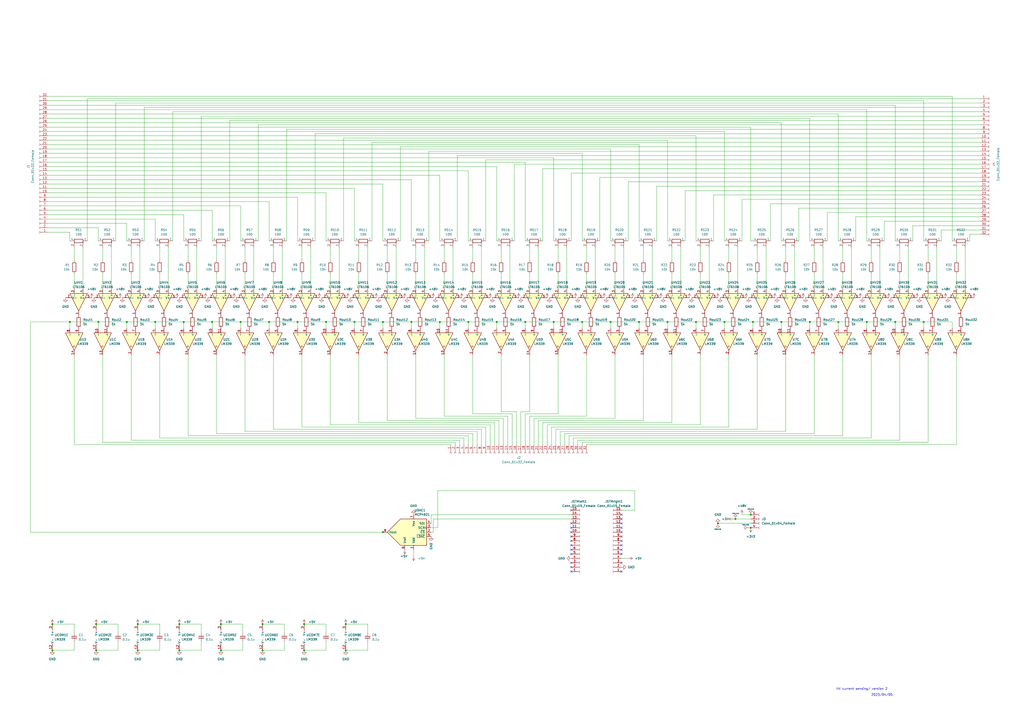
<source format=kicad_sch>
(kicad_sch (version 20211123) (generator eeschema)
  (paper "A2")
  (junction (at 420.2562 186.7578))
  (junction (at 30.3662 362.0178))
  (junction (at 79.8962 377.2578))
  (junction (at 288.1762 186.7578))
  (junction (at 354.2162 186.7578))
  (junction (at 435.4962 306.1378))
  (junction (at 469.7862 186.7578))
  (junction (at 30.3662 377.2578))
  (junction (at 172.6062 186.7578))
  (junction (at 416.4462 303.5978))
  (junction (at 79.8962 362.0178))
  (junction (at 304.6862 186.7578))
  (junction (at 200.5462 362.0178))
  (junction (at 123.0762 186.7578))
  (junction (at 73.5462 186.7578))
  (junction (at 55.7662 362.0178))
  (junction (at 337.7062 186.7578))
  (junction (at 321.1962 186.7578))
  (junction (at 502.8062 186.7578))
  (junction (at 222.1362 308.6778))
  (junction (at 453.2762 186.7578))
  (junction (at 387.2362 186.7578))
  (junction (at 486.2962 186.7578))
  (junction (at 370.7262 186.7578))
  (junction (at 426.6062 301.0578))
  (junction (at 104.0262 377.2578))
  (junction (at 55.7662 377.2578))
  (junction (at 176.4162 377.2578))
  (junction (at 128.1562 362.0178))
  (junction (at 57.0362 186.7578))
  (junction (at 152.2862 377.2578))
  (junction (at 435.4962 298.5178))
  (junction (at 200.5462 377.2578))
  (junction (at 271.6662 186.7578))
  (junction (at 90.0562 186.7578))
  (junction (at 40.5262 186.7578))
  (junction (at 128.1562 377.2578))
  (junction (at 104.0262 362.0178))
  (junction (at 519.3162 186.7578))
  (junction (at 255.1562 186.7578))
  (junction (at 403.7462 186.7578))
  (junction (at 156.0962 186.7578))
  (junction (at 238.6462 186.7578))
  (junction (at 189.1162 186.7578))
  (junction (at 535.8262 186.7578))
  (junction (at 205.6262 186.7578))
  (junction (at 152.2862 362.0178))
  (junction (at 106.5662 186.7578))
  (junction (at 176.4162 362.0178))
  (junction (at 139.5862 186.7578))
  (junction (at 436.7662 186.7578))
  (junction (at 222.1362 186.7578))
  (no_connect (at 360.5662 311.2178))
  (no_connect (at 331.3562 328.9978))
  (no_connect (at 331.3562 318.8378))
  (no_connect (at 360.5662 313.7578))
  (no_connect (at 331.3562 313.7578))
  (no_connect (at 331.3562 316.2978))
  (no_connect (at 331.3562 303.5978))
  (no_connect (at 360.5662 308.6778))
  (no_connect (at 360.5662 318.8378))
  (no_connect (at 360.5662 303.5978))
  (no_connect (at 360.5662 331.5378))
  (no_connect (at 331.3562 321.3778))
  (no_connect (at 360.5662 316.2978))
  (no_connect (at 331.3562 326.4578))
  (no_connect (at 360.5662 298.5178))
  (no_connect (at 331.3562 308.6778))
  (no_connect (at 360.5662 326.4578))
  (no_connect (at 360.5662 301.0578))
  (no_connect (at 331.3562 331.5378))
  (no_connect (at 360.5662 321.3778))
  (no_connect (at 360.5662 306.1378))
  (no_connect (at 331.3562 306.1378))
  (no_connect (at 331.3562 295.9778))
  (no_connect (at 331.3562 311.2178))
  (wire (pts (xy 502.8062 63.5678) (xy 27.8262 63.5678)))
  (wire (pts (xy 43.0662 372.1778) (xy 43.0662 377.2578)))
  (wire (pts (xy 172.6062 190.5678) (xy 172.6062 186.7578)))
  (wire (pts (xy 123.0762 186.7578) (xy 106.5662 186.7578)))
  (wire (pts (xy 57.0362 186.7578) (xy 73.5462 186.7578)))
  (wire (pts (xy 420.2562 190.5678) (xy 420.2562 186.7578)))
  (wire (pts (xy 294.5262 241.3678) (xy 294.5262 257.8778)))
  (wire (pts (xy 27.8262 111.8278) (xy 189.1162 111.8278)))
  (wire (pts (xy 416.4462 303.5978) (xy 435.4962 303.5978)))
  (wire (pts (xy 27.8262 124.5278) (xy 106.5662 124.5278)))
  (wire (pts (xy 322.4662 248.9878) (xy 322.4662 257.8778)))
  (wire (pts (xy 222.1362 106.7478) (xy 222.1362 139.7678)))
  (wire (pts (xy 253.8862 306.1378) (xy 253.8862 284.5478)))
  (wire (pts (xy 387.2362 186.7578) (xy 370.7262 186.7578)))
  (wire (pts (xy 337.7062 190.5678) (xy 337.7062 186.7578)))
  (wire (pts (xy 307.2262 158.8178) (xy 307.2262 167.7078)))
  (wire (pts (xy 140.8562 377.2578) (xy 128.1562 377.2578)))
  (wire (pts (xy 439.3062 158.8178) (xy 439.3062 167.7078)))
  (wire (pts (xy 389.7762 143.5778) (xy 389.7762 151.1978)))
  (wire (pts (xy 166.2562 74.9978) (xy 166.2562 139.7678)))
  (wire (pts (xy 469.7862 186.7578) (xy 453.2762 186.7578)))
  (wire (pts (xy 535.8262 190.5678) (xy 535.8262 186.7578)))
  (wire (pts (xy 139.5862 186.7578) (xy 123.0762 186.7578)))
  (wire (pts (xy 519.3162 186.7578) (xy 502.8062 186.7578)))
  (wire (pts (xy 27.8262 134.6878) (xy 40.5262 134.6878)))
  (wire (pts (xy 521.8562 255.3378) (xy 335.1662 255.3378)))
  (wire (pts (xy 340.2462 143.5778) (xy 340.2462 151.1978)))
  (wire (pts (xy 356.7562 143.5778) (xy 356.7562 151.1978)))
  (wire (pts (xy 172.6062 114.3678) (xy 172.6062 139.7678)))
  (wire (pts (xy 535.8262 186.7578) (xy 519.3162 186.7578)))
  (wire (pts (xy 27.8262 91.5078) (xy 321.1962 91.5078)))
  (wire (pts (xy 538.3662 158.8178) (xy 538.3662 167.7078)))
  (wire (pts (xy 17.6662 308.6778) (xy 222.1362 308.6778)))
  (wire (pts (xy 337.7062 256.6078) (xy 337.7062 257.8778)))
  (wire (pts (xy 40.5262 134.6878) (xy 40.5262 139.7678)))
  (wire (pts (xy 27.8262 73.7278) (xy 435.4962 73.7278)))
  (wire (pts (xy 100.2162 139.7678) (xy 100.2162 64.8378)))
  (wire (pts (xy 545.9862 133.4178) (xy 545.9862 139.7678)))
  (wire (pts (xy 109.1062 143.5778) (xy 109.1062 151.1978)))
  (wire (pts (xy 238.6462 104.2078) (xy 238.6462 139.7678)))
  (wire (pts (xy 519.3162 61.0278) (xy 27.8262 61.0278)))
  (wire (pts (xy 215.7862 82.6178) (xy 568.8462 82.6178)))
  (wire (pts (xy 27.8262 83.8878) (xy 370.7262 83.8878)))
  (wire (pts (xy 288.1762 96.5878) (xy 288.1762 139.7678)))
  (wire (pts (xy 321.1962 91.5078) (xy 321.1962 139.7678)))
  (wire (pts (xy 92.5962 377.2578) (xy 79.8962 377.2578)))
  (wire (pts (xy 319.9262 247.7178) (xy 319.9262 257.8778)))
  (wire (pts (xy 486.2962 190.5678) (xy 486.2962 186.7578)))
  (wire (pts (xy 158.6362 248.9878) (xy 279.2862 248.9878)))
  (wire (pts (xy 257.6962 205.8078) (xy 257.6962 241.3678)))
  (wire (pts (xy 92.5962 158.8178) (xy 92.5962 167.7078)))
  (wire (pts (xy 90.0562 127.0678) (xy 90.0562 139.7678)))
  (wire (pts (xy 164.9862 377.2578) (xy 152.2862 377.2578)))
  (wire (pts (xy 373.2662 158.8178) (xy 373.2662 167.7078)))
  (wire (pts (xy 488.8362 205.8078) (xy 488.8362 252.7978)))
  (wire (pts (xy 76.0862 255.3378) (xy 266.5862 255.3378)))
  (wire (pts (xy 403.7462 186.7578) (xy 387.2362 186.7578)))
  (wire (pts (xy 27.8262 116.9078) (xy 156.0962 116.9078)))
  (wire (pts (xy 347.8662 102.9378) (xy 568.8462 102.9378)))
  (wire (pts (xy 568.8462 105.4778) (xy 364.3762 105.4778)))
  (wire (pts (xy 488.8362 252.7978) (xy 330.0862 252.7978)))
  (wire (pts (xy 27.8262 119.4478) (xy 139.5862 119.4478)))
  (wire (pts (xy 116.7262 372.1778) (xy 116.7262 377.2578)))
  (wire (pts (xy 67.1962 139.7678) (xy 67.1962 59.7578)))
  (wire (pts (xy 191.6562 143.5778) (xy 191.6562 151.1978)))
  (wire (pts (xy 164.9862 372.1778) (xy 164.9862 377.2578)))
  (wire (pts (xy 526.9362 143.5778) (xy 526.9362 167.7078)))
  (wire (pts (xy 502.8062 186.7578) (xy 486.2962 186.7578)))
  (wire (pts (xy 27.8262 81.3478) (xy 387.2362 81.3478)))
  (wire (pts (xy 332.6262 254.0678) (xy 332.6262 257.8778)))
  (wire (pts (xy 568.8462 130.8778) (xy 529.4762 130.8778)))
  (wire (pts (xy 262.7762 143.5778) (xy 262.7762 167.7078)))
  (wire (pts (xy 406.2862 246.4478) (xy 317.3862 246.4478)))
  (wire (pts (xy 568.8462 95.3178) (xy 298.3362 95.3178)))
  (wire (pts (xy 502.8062 139.7678) (xy 502.8062 63.5678)))
  (wire (pts (xy 304.6862 240.0978) (xy 304.6862 257.8778)))
  (wire (pts (xy 189.1162 372.1778) (xy 189.1162 377.2578)))
  (wire (pts (xy 279.2862 143.5778) (xy 279.2862 167.7078)))
  (wire (pts (xy 307.2262 238.8278) (xy 302.1462 238.8278)))
  (wire (pts (xy 17.6662 186.7578) (xy 40.5262 186.7578)))
  (wire (pts (xy 92.5962 362.0178) (xy 79.8962 362.0178)))
  (wire (pts (xy 92.5962 254.0678) (xy 269.1262 254.0678)))
  (wire (pts (xy 196.7362 143.5778) (xy 196.7362 167.7078)))
  (wire (pts (xy 274.2062 240.0978) (xy 297.0662 240.0978)))
  (wire (pts (xy 337.7062 186.7578) (xy 321.1962 186.7578)))
  (wire (pts (xy 289.4462 243.9078) (xy 289.4462 257.8778)))
  (wire (pts (xy 486.2962 139.7678) (xy 486.2962 66.1078)))
  (wire (pts (xy 73.5462 186.7578) (xy 90.0562 186.7578)))
  (wire (pts (xy 538.3662 256.6078) (xy 337.7062 256.6078)))
  (wire (pts (xy 142.1262 143.5778) (xy 142.1262 151.1978)))
  (wire (pts (xy 189.1162 190.5678) (xy 189.1162 186.7578)))
  (wire (pts (xy 387.2362 190.5678) (xy 387.2362 186.7578)))
  (wire (pts (xy 27.8262 101.6678) (xy 255.1562 101.6678)))
  (wire (pts (xy 568.8462 67.3778) (xy 116.7262 67.3778)))
  (wire (pts (xy 149.7462 72.4578) (xy 568.8462 72.4578)))
  (wire (pts (xy 43.0662 362.0178) (xy 30.3662 362.0178)))
  (wire (pts (xy 323.7362 205.8078) (xy 323.7362 240.0978)))
  (wire (pts (xy 224.6762 243.9078) (xy 289.4462 243.9078)))
  (wire (pts (xy 422.7962 158.8178) (xy 422.7962 167.7078)))
  (wire (pts (xy 387.2362 81.3478) (xy 387.2362 139.7678)))
  (wire (pts (xy 191.6562 246.4478) (xy 284.3662 246.4478)))
  (wire (pts (xy 27.8262 106.7478) (xy 222.1362 106.7478)))
  (wire (pts (xy 248.8062 139.7678) (xy 248.8062 87.6978)))
  (wire (pts (xy 286.9062 245.1778) (xy 286.9062 257.8778)))
  (wire (pts (xy 222.1362 186.7578) (xy 205.6262 186.7578)))
  (wire (pts (xy 68.4662 367.0978) (xy 68.4662 362.0178)))
  (wire (pts (xy 446.9262 118.1778) (xy 446.9262 139.7678)))
  (wire (pts (xy 439.3062 248.9878) (xy 322.4662 248.9878)))
  (wire (pts (xy 411.3662 143.5778) (xy 411.3662 167.7078)))
  (wire (pts (xy 453.2762 139.7678) (xy 453.2762 71.1878)))
  (wire (pts (xy 257.6962 158.8178) (xy 257.6962 167.7078)))
  (wire (pts (xy 488.8362 158.8178) (xy 488.8362 167.7078)))
  (wire (pts (xy 274.2062 158.8178) (xy 274.2062 167.7078)))
  (wire (pts (xy 43.0662 377.2578) (xy 30.3662 377.2578)))
  (wire (pts (xy 253.8862 284.5478) (xy 368.1862 284.5478)))
  (wire (pts (xy 430.4162 298.5178) (xy 435.4962 298.5178)))
  (wire (pts (xy 271.6662 190.5678) (xy 271.6662 186.7578)))
  (wire (pts (xy 274.2062 143.5778) (xy 274.2062 151.1978)))
  (wire (pts (xy 436.7662 190.5678) (xy 436.7662 186.7578)))
  (wire (pts (xy 43.0662 257.8778) (xy 261.5062 257.8778)))
  (wire (pts (xy 213.2462 377.2578) (xy 200.5462 377.2578)))
  (wire (pts (xy 224.6762 158.8178) (xy 224.6762 167.7078)))
  (wire (pts (xy 238.6462 190.5678) (xy 238.6462 186.7578)))
  (wire (pts (xy 163.7162 143.5778) (xy 163.7162 167.7078)))
  (wire (pts (xy 354.2162 190.5678) (xy 354.2162 186.7578)))
  (wire (pts (xy 325.0062 250.2578) (xy 325.0062 257.8778)))
  (wire (pts (xy 92.5962 205.8078) (xy 92.5962 254.0678)))
  (wire (pts (xy 281.8262 92.7778) (xy 568.8462 92.7778)))
  (wire (pts (xy 255.1562 101.6678) (xy 255.1562 139.7678)))
  (wire (pts (xy 356.7562 242.6378) (xy 309.7662 242.6378)))
  (wire (pts (xy 331.3562 100.3978) (xy 568.8462 100.3978)))
  (wire (pts (xy 472.3262 205.8078) (xy 472.3262 251.5278)))
  (wire (pts (xy 172.6062 186.7578) (xy 156.0962 186.7578)))
  (wire (pts (xy 17.6662 186.7578) (xy 17.6662 308.6778)))
  (wire (pts (xy 59.5762 256.6078) (xy 264.0462 256.6078)))
  (wire (pts (xy 340.2462 241.3678) (xy 307.2262 241.3678)))
  (wire (pts (xy 40.5262 186.7578) (xy 40.5262 190.5678)))
  (wire (pts (xy 116.7262 362.0178) (xy 104.0262 362.0178)))
  (wire (pts (xy 394.8562 143.5778) (xy 394.8562 167.7078)))
  (wire (pts (xy 568.8462 120.7178) (xy 463.4362 120.7178)))
  (wire (pts (xy 106.5662 186.7578) (xy 90.0562 186.7578)))
  (wire (pts (xy 224.6762 205.8078) (xy 224.6762 243.9078)))
  (wire (pts (xy 27.8262 109.2878) (xy 205.6262 109.2878)))
  (wire (pts (xy 337.7062 88.9678) (xy 337.7062 139.7678)))
  (wire (pts (xy 297.0662 240.0978) (xy 297.0662 257.8778)))
  (wire (pts (xy 290.7162 238.8278) (xy 299.6062 238.8278)))
  (wire (pts (xy 229.7562 143.5778) (xy 229.7562 167.7078)))
  (wire (pts (xy 255.1562 186.7578) (xy 238.6462 186.7578)))
  (wire (pts (xy 535.8262 139.7678) (xy 535.8262 58.4878)))
  (wire (pts (xy 27.8262 127.0678) (xy 90.0562 127.0678)))
  (wire (pts (xy 554.8762 143.5778) (xy 554.8762 151.1978)))
  (wire (pts (xy 251.3462 301.0578) (xy 331.3562 301.0578)))
  (wire (pts (xy 330.0862 252.7978) (xy 330.0862 257.8778)))
  (wire (pts (xy 436.7662 186.7578) (xy 420.2562 186.7578)))
  (wire (pts (xy 239.9162 322.6478) (xy 239.9162 318.8378)))
  (wire (pts (xy 562.4962 135.9578) (xy 562.4962 139.7678)))
  (wire (pts (xy 106.5662 190.5678) (xy 106.5662 186.7578)))
  (wire (pts (xy 142.1262 250.2578) (xy 276.7462 250.2578)))
  (wire (pts (xy 370.7262 83.8878) (xy 370.7262 139.7678)))
  (wire (pts (xy 479.9462 123.2578) (xy 479.9462 139.7678)))
  (wire (pts (xy 189.1162 377.2578) (xy 176.4162 377.2578)))
  (wire (pts (xy 427.8762 143.5778) (xy 427.8762 167.7078)))
  (wire (pts (xy 403.7462 78.8078) (xy 403.7462 139.7678)))
  (wire (pts (xy 97.6762 143.5778) (xy 97.6762 167.7078)))
  (wire (pts (xy 312.3062 243.9078) (xy 312.3062 257.8778)))
  (wire (pts (xy 59.5762 205.8078) (xy 59.5762 256.6078)))
  (wire (pts (xy 554.8762 257.8778) (xy 340.2462 257.8778)))
  (wire (pts (xy 439.3062 143.5778) (xy 439.3062 151.1978)))
  (wire (pts (xy 568.8462 108.0178) (xy 380.8862 108.0178)))
  (wire (pts (xy 43.0662 158.8178) (xy 43.0662 167.7078)))
  (wire (pts (xy 257.6962 241.3678) (xy 294.5262 241.3678)))
  (wire (pts (xy 552.3362 55.9478) (xy 552.3362 139.7678)))
  (wire (pts (xy 123.0762 121.9878) (xy 123.0762 139.7678)))
  (wire (pts (xy 477.4062 143.5778) (xy 477.4062 167.7078)))
  (wire (pts (xy 59.5762 158.8178) (xy 59.5762 167.7078)))
  (wire (pts (xy 469.7862 139.7678) (xy 469.7862 68.6478)))
  (wire (pts (xy 505.3462 205.8078) (xy 505.3462 254.0678)))
  (wire (pts (xy 568.8462 128.3378) (xy 512.9662 128.3378)))
  (wire (pts (xy 189.1162 186.7578) (xy 172.6062 186.7578)))
  (wire (pts (xy 189.1162 367.0978) (xy 189.1162 362.0178)))
  (wire (pts (xy 73.5462 190.5678) (xy 73.5462 186.7578)))
  (wire (pts (xy 140.8562 362.0178) (xy 128.1562 362.0178)))
  (wire (pts (xy 90.0562 190.5678) (xy 90.0562 186.7578)))
  (wire (pts (xy 552.3362 186.7578) (xy 535.8262 186.7578)))
  (wire (pts (xy 109.1062 252.7978) (xy 271.6662 252.7978)))
  (wire (pts (xy 164.9862 362.0178) (xy 152.2862 362.0178)))
  (wire (pts (xy 271.6662 186.7578) (xy 255.1562 186.7578)))
  (wire (pts (xy 460.8962 143.5778) (xy 460.8962 167.7078)))
  (wire (pts (xy 535.8262 58.4878) (xy 27.8262 58.4878)))
  (wire (pts (xy 568.8462 57.2178) (xy 50.6862 57.2178)))
  (wire (pts (xy 568.8462 90.2378) (xy 265.3162 90.2378)))
  (wire (pts (xy 27.8262 94.0478) (xy 304.6862 94.0478)))
  (wire (pts (xy 76.0862 143.5778) (xy 76.0862 151.1978)))
  (wire (pts (xy 208.1662 143.5778) (xy 208.1662 151.1978)))
  (wire (pts (xy 59.5762 143.5778) (xy 59.5762 151.1978)))
  (wire (pts (xy 27.8262 55.9478) (xy 552.3362 55.9478)))
  (wire (pts (xy 364.3762 323.9178) (xy 360.5662 323.9178)))
  (wire (pts (xy 295.7962 143.5778) (xy 295.7962 167.7078)))
  (wire (pts (xy 568.8462 85.1578) (xy 232.2962 85.1578)))
  (wire (pts (xy 205.6262 190.5678) (xy 205.6262 186.7578)))
  (wire (pts (xy 149.7462 139.7678) (xy 149.7462 72.4578)))
  (wire (pts (xy 568.8462 133.4178) (xy 545.9862 133.4178)))
  (wire (pts (xy 284.3662 246.4478) (xy 284.3662 257.8778)))
  (wire (pts (xy 133.2362 69.9178) (xy 133.2362 139.7678)))
  (wire (pts (xy 368.1862 295.9778) (xy 360.5662 295.9778)))
  (wire (pts (xy 189.1162 362.0178) (xy 176.4162 362.0178)))
  (wire (pts (xy 274.2062 251.5278) (xy 274.2062 257.8778)))
  (wire (pts (xy 444.3862 143.5778) (xy 444.3862 167.7078)))
  (wire (pts (xy 413.9062 113.0978) (xy 413.9062 139.7678)))
  (wire (pts (xy 175.1462 158.8178) (xy 175.1462 167.7078)))
  (wire (pts (xy 538.3662 205.8078) (xy 538.3662 256.6078)))
  (wire (pts (xy 521.8562 143.5778) (xy 521.8562 151.1978)))
  (wire (pts (xy 27.8262 132.1478) (xy 57.0362 132.1478)))
  (wire (pts (xy 510.4262 143.5778) (xy 510.4262 167.7078)))
  (wire (pts (xy 302.1462 238.8278) (xy 302.1462 257.8778)))
  (wire (pts (xy 208.1662 158.8178) (xy 208.1662 167.7078)))
  (wire (pts (xy 50.6862 57.2178) (xy 50.6862 139.7678)))
  (wire (pts (xy 469.7862 190.5678) (xy 469.7862 186.7578)))
  (wire (pts (xy 568.8462 74.9978) (xy 166.2562 74.9978)))
  (wire (pts (xy 373.2662 205.8078) (xy 373.2662 243.9078)))
  (wire (pts (xy 538.3662 143.5778) (xy 538.3662 151.1978)))
  (wire (pts (xy 100.2162 64.8378) (xy 568.8462 64.8378)))
  (wire (pts (xy 568.8462 113.0978) (xy 413.9062 113.0978)))
  (wire (pts (xy 568.8462 80.0778) (xy 199.2762 80.0778)))
  (wire (pts (xy 222.1362 308.6778) (xy 223.4062 308.6778)))
  (wire (pts (xy 354.2162 186.7578) (xy 337.7062 186.7578)))
  (wire (pts (xy 125.6162 251.5278) (xy 274.2062 251.5278)))
  (wire (pts (xy 323.7362 158.8178) (xy 323.7362 167.7078)))
  (wire (pts (xy 486.2962 186.7578) (xy 469.7862 186.7578)))
  (wire (pts (xy 354.2162 86.4278) (xy 354.2162 139.7678)))
  (wire (pts (xy 125.6162 205.8078) (xy 125.6162 251.5278)))
  (wire (pts (xy 73.5462 129.6078) (xy 73.5462 139.7678)))
  (wire (pts (xy 147.2062 143.5778) (xy 147.2062 167.7078)))
  (wire (pts (xy 27.8262 88.9678) (xy 337.7062 88.9678)))
  (wire (pts (xy 425.3362 301.0578) (xy 426.6062 301.0578)))
  (wire (pts (xy 568.8462 125.7978) (xy 496.4562 125.7978)))
  (wire (pts (xy 43.0662 367.0978) (xy 43.0662 362.0178)))
  (wire (pts (xy 92.5962 372.1778) (xy 92.5962 377.2578)))
  (wire (pts (xy 435.4962 73.7278) (xy 435.4962 139.7678)))
  (wire (pts (xy 321.1962 190.5678) (xy 321.1962 186.7578)))
  (wire (pts (xy 27.8262 96.5878) (xy 288.1762 96.5878)))
  (wire (pts (xy 40.5262 186.7578) (xy 57.0362 186.7578)))
  (wire (pts (xy 347.8662 139.7678) (xy 347.8662 102.9378)))
  (wire (pts (xy 27.8262 78.8078) (xy 403.7462 78.8078)))
  (wire (pts (xy 304.6862 94.0478) (xy 304.6862 139.7678)))
  (wire (pts (xy 502.8062 190.5678) (xy 502.8062 186.7578)))
  (wire (pts (xy 43.0662 143.5778) (xy 43.0662 151.1978)))
  (wire (pts (xy 208.1662 245.1778) (xy 286.9062 245.1778)))
  (wire (pts (xy 222.1362 190.5678) (xy 222.1362 186.7578)))
  (wire (pts (xy 125.6162 158.8178) (xy 125.6162 167.7078)))
  (wire (pts (xy 472.3262 158.8178) (xy 472.3262 167.7078)))
  (wire (pts (xy 208.1662 205.8078) (xy 208.1662 245.1778)))
  (wire (pts (xy 455.8162 250.2578) (xy 325.0062 250.2578)))
  (wire (pts (xy 248.8062 87.6978) (xy 568.8462 87.6978)))
  (wire (pts (xy 327.5462 251.5278) (xy 327.5462 257.8778)))
  (wire (pts (xy 307.2262 143.5778) (xy 307.2262 151.1978)))
  (wire (pts (xy 361.8362 143.5778) (xy 361.8362 167.7078)))
  (wire (pts (xy 469.7862 68.6478) (xy 27.8262 68.6478)))
  (wire (pts (xy 281.8262 139.7678) (xy 281.8262 92.7778)))
  (wire (pts (xy 116.7262 377.2578) (xy 104.0262 377.2578)))
  (wire (pts (xy 389.7762 158.8178) (xy 389.7762 167.7078)))
  (wire (pts (xy 109.1062 158.8178) (xy 109.1062 167.7078)))
  (wire (pts (xy 378.3462 143.5778) (xy 378.3462 167.7078)))
  (wire (pts (xy 106.5662 124.5278) (xy 106.5662 139.7678)))
  (wire (pts (xy 493.9162 143.5778) (xy 493.9162 167.7078)))
  (wire (pts (xy 321.1962 186.7578) (xy 304.6862 186.7578)))
  (wire (pts (xy 317.3862 246.4478) (xy 317.3862 257.8778)))
  (wire (pts (xy 314.8462 97.8578) (xy 568.8462 97.8578)))
  (wire (pts (xy 568.8462 123.2578) (xy 479.9462 123.2578)))
  (wire (pts (xy 488.8362 143.5778) (xy 488.8362 151.1978)))
  (wire (pts (xy 241.1862 242.6378) (xy 291.9862 242.6378)))
  (wire (pts (xy 435.4962 139.7678) (xy 436.7662 139.7678)))
  (wire (pts (xy 246.2662 143.5778) (xy 246.2662 167.7078)))
  (wire (pts (xy 486.2962 66.1078) (xy 27.8262 66.1078)))
  (wire (pts (xy 158.6362 205.8078) (xy 158.6362 248.9878)))
  (wire (pts (xy 403.7462 190.5678) (xy 403.7462 186.7578)))
  (wire (pts (xy 27.8262 114.3678) (xy 172.6062 114.3678)))
  (wire (pts (xy 215.7862 139.7678) (xy 215.7862 82.6178)))
  (wire (pts (xy 554.8762 158.8178) (xy 554.8762 167.7078)))
  (wire (pts (xy 48.1462 143.5778) (xy 48.1462 167.7078)))
  (wire (pts (xy 552.3362 190.5678) (xy 552.3362 186.7578)))
  (wire (pts (xy 434.2262 306.1378) (xy 435.4962 306.1378)))
  (wire (pts (xy 43.0662 205.8078) (xy 43.0662 257.8778)))
  (wire (pts (xy 213.2462 362.0178) (xy 200.5462 362.0178)))
  (wire (pts (xy 27.8262 86.4278) (xy 354.2162 86.4278)))
  (wire (pts (xy 340.2462 158.8178) (xy 340.2462 167.7078)))
  (wire (pts (xy 290.7162 205.8078) (xy 290.7162 238.8278)))
  (wire (pts (xy 529.4762 130.8778) (xy 529.4762 139.7678)))
  (wire (pts (xy 241.1862 143.5778) (xy 241.1862 151.1978)))
  (wire (pts (xy 568.8462 69.9178) (xy 133.2362 69.9178)))
  (wire (pts (xy 304.6862 186.7578) (xy 288.1762 186.7578)))
  (wire (pts (xy 453.2762 186.7578) (xy 436.7662 186.7578)))
  (wire (pts (xy 380.8862 108.0178) (xy 380.8862 139.7678)))
  (wire (pts (xy 505.3462 143.5778) (xy 505.3462 151.1978)))
  (wire (pts (xy 241.1862 205.8078) (xy 241.1862 242.6378)))
  (wire (pts (xy 420.2562 76.2678) (xy 27.8262 76.2678)))
  (wire (pts (xy 422.7962 205.8078) (xy 422.7962 247.7178)))
  (wire (pts (xy 420.2562 139.7678) (xy 420.2562 76.2678)))
  (wire (pts (xy 68.4662 377.2578) (xy 55.7662 377.2578)))
  (wire (pts (xy 472.3262 251.5278) (xy 327.5462 251.5278)))
  (wire (pts (xy 27.8262 99.1278) (xy 271.6662 99.1278)))
  (wire (pts (xy 182.7662 77.5378) (xy 568.8462 77.5378)))
  (wire (pts (xy 370.7262 190.5678) (xy 370.7262 186.7578)))
  (wire (pts (xy 250.0762 308.6778) (xy 251.3462 308.6778)))
  (wire (pts (xy 340.2462 205.8078) (xy 340.2462 241.3678)))
  (wire (pts (xy 130.6962 143.5778) (xy 130.6962 167.7078)))
  (wire (pts (xy 250.0762 303.5978) (xy 250.0762 298.5178)))
  (wire (pts (xy 156.0962 190.5678) (xy 156.0962 186.7578)))
  (wire (pts (xy 356.7562 205.8078) (xy 356.7562 242.6378)))
  (wire (pts (xy 288.1762 190.5678) (xy 288.1762 186.7578)))
  (wire (pts (xy 142.1262 158.8178) (xy 142.1262 167.7078)))
  (wire (pts (xy 76.0862 158.8178) (xy 76.0862 167.7078)))
  (wire (pts (xy 521.8562 158.8178) (xy 521.8562 167.7078)))
  (wire (pts (xy 257.6962 143.5778) (xy 257.6962 151.1978)))
  (wire (pts (xy 140.8562 367.0978) (xy 140.8562 362.0178)))
  (wire (pts (xy 568.8462 110.5578) (xy 397.3962 110.5578)))
  (wire (pts (xy 139.5862 119.4478) (xy 139.5862 139.7678)))
  (wire (pts (xy 205.6262 186.7578) (xy 189.1162 186.7578)))
  (wire (pts (xy 373.2662 243.9078) (xy 312.3062 243.9078)))
  (wire (pts (xy 345.3262 143.5778) (xy 345.3262 167.7078)))
  (wire (pts (xy 109.1062 205.8078) (xy 109.1062 252.7978)))
  (wire (pts (xy 328.8162 143.5778) (xy 328.8162 167.7078)))
  (wire (pts (xy 307.2262 241.3678) (xy 307.2262 257.8778)))
  (wire (pts (xy 276.7462 250.2578) (xy 276.7462 257.8778)))
  (wire (pts (xy 269.1262 254.0678) (xy 269.1262 257.8778)))
  (wire (pts (xy 76.0862 205.8078) (xy 76.0862 255.3378)))
  (wire (pts (xy 175.1462 247.7178) (xy 281.8262 247.7178)))
  (wire (pts (xy 312.3062 143.5778) (xy 312.3062 167.7078)))
  (wire (pts (xy 139.5862 190.5678) (xy 139.5862 186.7578)))
  (wire (pts (xy 356.7562 158.8178) (xy 356.7562 167.7078)))
  (wire (pts (xy 288.1762 186.7578) (xy 271.6662 186.7578)))
  (wire (pts (xy 255.1562 190.5678) (xy 255.1562 186.7578)))
  (wire (pts (xy 83.7062 62.2978) (xy 83.7062 139.7678)))
  (wire (pts (xy 299.6062 238.8278) (xy 299.6062 257.8778)))
  (wire (pts (xy 430.4162 115.6378) (xy 430.4162 139.7678)))
  (wire (pts (xy 521.8562 205.8078) (xy 521.8562 255.3378)))
  (wire (pts (xy 114.1862 143.5778) (xy 114.1862 167.7078)))
  (wire (pts (xy 568.8462 135.9578) (xy 562.4962 135.9578)))
  (wire (pts (xy 496.4562 125.7978) (xy 496.4562 139.7678)))
  (wire (pts (xy 455.8162 143.5778) (xy 455.8162 151.1978)))
  (wire (pts (xy 238.6462 186.7578) (xy 222.1362 186.7578)))
  (wire (pts (xy 455.8162 205.8078) (xy 455.8162 250.2578)))
  (wire (pts (xy 68.4662 372.1778) (xy 68.4662 377.2578)))
  (wire (pts (xy 67.1962 59.7578) (xy 568.8462 59.7578)))
  (wire (pts (xy 92.5962 143.5778) (xy 92.5962 151.1978)))
  (wire (pts (xy 264.0462 256.6078) (xy 264.0462 257.8778)))
  (wire (pts (xy 304.6862 190.5678) (xy 304.6862 186.7578)))
  (wire (pts (xy 519.3162 190.5678) (xy 519.3162 186.7578)))
  (wire (pts (xy 291.9862 242.6378) (xy 291.9862 257.8778)))
  (wire (pts (xy 158.6362 158.8178) (xy 158.6362 167.7078)))
  (wire (pts (xy 213.2462 143.5778) (xy 213.2462 167.7078)))
  (wire (pts (xy 158.6362 143.5778) (xy 158.6362 151.1978)))
  (wire (pts (xy 175.1462 205.8078) (xy 175.1462 247.7178)))
  (wire (pts (xy 191.6562 158.8178) (xy 191.6562 167.7078)))
  (wire (pts (xy 439.3062 205.8078) (xy 439.3062 248.9878)))
  (wire (pts (xy 455.8162 158.8178) (xy 455.8162 167.7078)))
  (wire (pts (xy 271.6662 99.1278) (xy 271.6662 139.7678)))
  (wire (pts (xy 81.1662 143.5778) (xy 81.1662 167.7078)))
  (wire (pts (xy 370.7262 186.7578) (xy 354.2162 186.7578)))
  (wire (pts (xy 205.6262 109.2878) (xy 205.6262 139.7678)))
  (wire (pts (xy 271.6662 252.7978) (xy 271.6662 257.8778)))
  (wire (pts (xy 213.2462 372.1778) (xy 213.2462 377.2578)))
  (wire (pts (xy 232.2962 85.1578) (xy 232.2962 139.7678)))
  (wire (pts (xy 279.2862 248.9878) (xy 279.2862 257.8778)))
  (wire (pts (xy 290.7162 143.5778) (xy 290.7162 151.1978)))
  (wire (pts (xy 64.6562 143.5778) (xy 64.6562 167.7078)))
  (wire (pts (xy 314.8462 245.1778) (xy 314.8462 257.8778)))
  (wire (pts (xy 505.3462 158.8178) (xy 505.3462 167.7078)))
  (wire (pts (xy 142.1262 205.8078) (xy 142.1262 250.2578)))
  (wire (pts (xy 116.7262 67.3778) (xy 116.7262 139.7678)))
  (wire (pts (xy 422.7962 143.5778) (xy 422.7962 151.1978)))
  (wire (pts (xy 156.0962 186.7578) (xy 139.5862 186.7578)))
  (wire (pts (xy 274.2062 205.8078) (xy 274.2062 240.0978)))
  (wire (pts (xy 426.6062 301.0578) (xy 435.4962 301.0578)))
  (wire (pts (xy 57.0362 132.1478) (xy 57.0362 139.7678)))
  (wire (pts (xy 309.7662 242.6378) (xy 309.7662 257.8778)))
  (wire (pts (xy 422.7962 247.7178) (xy 319.9262 247.7178)))
  (wire (pts (xy 519.3162 139.7678) (xy 519.3162 61.0278)))
  (wire (pts (xy 123.0762 190.5678) (xy 123.0762 186.7578)))
  (wire (pts (xy 213.2462 367.0978) (xy 213.2462 362.0178)))
  (wire (pts (xy 406.2862 205.8078) (xy 406.2862 246.4478)))
  (wire (pts (xy 68.4662 362.0178) (xy 55.7662 362.0178)))
  (wire (pts (xy 250.0762 306.1378) (xy 253.8862 306.1378)))
  (wire (pts (xy 140.8562 372.1778) (xy 140.8562 377.2578)))
  (wire (pts (xy 182.7662 139.7678) (xy 182.7662 77.5378)))
  (wire (pts (xy 175.1462 143.5778) (xy 175.1462 151.1978)))
  (wire (pts (xy 265.3162 90.2378) (xy 265.3162 139.7678)))
  (wire (pts (xy 331.3562 139.7678) (xy 331.3562 100.3978)))
  (wire (pts (xy 164.9862 367.0978) (xy 164.9862 362.0178)))
  (wire (pts (xy 512.9662 128.3378) (xy 512.9662 139.7678)))
  (wire (pts (xy 420.2562 186.7578) (xy 403.7462 186.7578)))
  (wire (pts (xy 373.2662 143.5778) (xy 373.2662 151.1978)))
  (wire (pts (xy 180.2262 143.5778) (xy 180.2262 167.7078)))
  (wire (pts (xy 27.8262 129.6078) (xy 73.5462 129.6078)))
  (wire (pts (xy 389.7762 205.8078) (xy 389.7762 245.1778)))
  (wire (pts (xy 250.0762 298.5178) (xy 331.3562 298.5178)))
  (wire (pts (xy 156.0962 116.9078) (xy 156.0962 139.7678)))
  (wire (pts (xy 568.8462 62.2978) (xy 83.7062 62.2978)))
  (wire (pts (xy 406.2862 158.8178) (xy 406.2862 167.7078)))
  (wire (pts (xy 368.1862 284.5478) (xy 368.1862 295.9778)))
  (wire (pts (xy 453.2762 190.5678) (xy 453.2762 186.7578)))
  (wire (pts (xy 281.8262 247.7178) (xy 281.8262 257.8778)))
  (wire (pts (xy 323.7362 240.0978) (xy 304.6862 240.0978)))
  (wire (pts (xy 266.5862 255.3378) (xy 266.5862 257.8778)))
  (wire (pts (xy 335.1662 255.3378) (xy 335.1662 257.8778)))
  (wire (pts (xy 27.8262 121.9878) (xy 123.0762 121.9878)))
  (wire (pts (xy 406.2862 143.5778) (xy 406.2862 151.1978)))
  (wire (pts (xy 559.9562 143.5778) (xy 559.9562 167.7078)))
  (wire (pts (xy 568.8462 118.1778) (xy 446.9262 118.1778)))
  (wire (pts (xy 314.8462 139.7678) (xy 314.8462 97.8578)))
  (wire (pts (xy 389.7762 245.1778) (xy 314.8462 245.1778)))
  (wire (pts (xy 290.7162 158.8178) (xy 290.7162 167.7078)))
  (wire (pts (xy 92.5962 367.0978) (xy 92.5962 362.0178)))
  (wire (pts (xy 191.6562 205.8078) (xy 191.6562 246.4478)))
  (wire (pts (xy 323.7362 143.5778) (xy 323.7362 151.1978)))
  (wire (pts (xy 543.4462 143.5778) (xy 543.4462 167.7078)))
  (wire (pts (xy 307.2262 205.8078) (xy 307.2262 238.8278)))
  (wire (pts (xy 199.2762 80.0778) (xy 199.2762 139.7678)))
  (wire (pts (xy 453.2762 71.1878) (xy 27.8262 71.1878)))
  (wire (pts (xy 505.3462 254.0678) (xy 332.6262 254.0678)))
  (wire (pts (xy 364.3762 105.4778) (xy 364.3762 139.7678)))
  (wire (pts (xy 251.3462 308.6778) (xy 251.3462 301.0578)))
  (wire (pts (xy 224.6762 143.5778) (xy 224.6762 151.1978)))
  (wire (pts (xy 554.8762 205.8078) (xy 554.8762 257.8778)))
  (wire (pts (xy 125.6162 143.5778) (xy 125.6162 151.1978)))
  (wire (pts (xy 397.3962 110.5578) (xy 397.3962 139.7678)))
  (wire (pts (xy 189.1162 111.8278) (xy 189.1162 139.7678)))
  (wire (pts (xy 568.8462 115.6378) (xy 430.4162 115.6378)))
  (wire (pts (xy 27.8262 104.2078) (xy 238.6462 104.2078)))
  (wire (pts (xy 298.3362 95.3178) (xy 298.3362 139.7678)))
  (wire (pts (xy 463.4362 120.7178) (xy 463.4362 139.7678)))
  (wire (pts (xy 241.1862 158.8178) (xy 241.1862 167.7078)))
  (wire (pts (xy 116.7262 367.0978) (xy 116.7262 362.0178)))
  (wire (pts (xy 57.0362 190.5678) (xy 57.0362 186.7578)))
  (wire (pts (xy 472.3262 143.5778) (xy 472.3262 151.1978)))
  (text "HV current sensing/ version 2" (at 485.0898 400.4633 0) (effects (font (size 1.27 1.27)) (justify left bottom)))
  (text "2023/04/05" (at 505.3462 403.9278 0) (effects (font (size 1.27 1.27)) (justify left bottom)))
  (symbol (lib_id "Device:R_Shunt") (at 161.1762 139.7678 270) (unit 1)
    (property "Reference" "RS8" (at 161.1762 133.4178 90))
    (property "Value" "100" (at 161.1762 135.9578 90))
    (property "Footprint" "Resistor_SMD:R_Shunt_Vishay_WSKW0612" (effects hide))
  )
  (symbol (lib_id "power:+48V") (at 234.8362 172.7878 0) (unit 1)
    (property "Reference" "#PWR0188" (effects hide))
    (property "Value" "+48V" (at 234.8362 167.7078 0))
  )
  (symbol (lib_id "power:GND") (at 331.3562 323.9178 270) (unit 1)
    (property "Reference" "#PWR0149" (effects hide))
    (property "Value" "GND" (at 323.7362 323.9178 90) (effects (justify left)))
  )
  (symbol (lib_id "Amplifier_Current:LT6106") (at 326.2762 175.3278 270) (unit 1)
    (property "Reference" "UHV18" (at 326.2762 163.8978 90))
    (property "Value" "LT6106" (at 326.2762 166.4378 90))
    (property "Footprint" "Package_TO_SOT_SMD:SOT-23-5" (effects hide))
    (property "Datasheet" "https://www.analog.com/media/en/technical-documentation/data-sheets/6106fb.pdf" (effects hide))
  )
  (symbol (lib_id "Amplifier_Current:LT6106") (at 144.6662 175.3278 270) (unit 1)
    (property "Reference" "UHV7" (at 144.6662 163.8978 90))
    (property "Value" "LT6106" (at 144.6662 166.4378 90))
    (property "Footprint" "Package_TO_SOT_SMD:SOT-23-5_HandSoldering" (effects hide))
    (property "Datasheet" "https://www.analog.com/media/en/technical-documentation/data-sheets/6106fb.pdf" (effects hide))
  )
  (symbol (lib_id "power:+48V") (at 251.3462 172.7878 0) (unit 1)
    (property "Reference" "#PWR0185" (effects hide))
    (property "Value" "+48V" (at 251.3462 167.7078 0))
  )
  (symbol (lib_id "Device:R") (at 274.2062 155.0078 0) (mirror x) (unit 1)
    (property "Reference" "R15" (at 271.6662 153.7377 0) (effects (justify right)))
    (property "Value" "10k" (at 271.6662 156.2777 0) (effects (justify right)))
    (property "Footprint" "Resistor_SMD:R_0805_2012Metric_Pad1.20x1.40mm_HandSolder" (effects hide))
  )
  (symbol (lib_id "power:GND") (at 55.7662 377.2578 0) (unit 1)
    (property "Reference" "#PWR0118" (effects hide))
    (property "Value" "GND" (at 55.7662 382.3378 0))
  )
  (symbol (lib_id "Device:R_Shunt") (at 194.1962 139.7678 270) (unit 1)
    (property "Reference" "RS10" (at 194.1962 133.4178 90))
    (property "Value" "100" (at 194.1962 135.9578 90))
    (property "Footprint" "Resistor_SMD:R_Shunt_Vishay_WSKW0612" (effects hide))
  )
  (symbol (lib_id "Device:C_Small") (at 213.2462 369.6378 0) (mirror y) (unit 1)
    (property "Reference" "C8" (at 215.7862 368.374 0) (effects (justify right)))
    (property "Value" "0.1u" (at 215.7862 370.914 0) (effects (justify right)))
    (property "Footprint" "Capacitor_SMD:C_0805_2012Metric_Pad1.18x1.45mm_HandSolder" (effects hide))
  )
  (symbol (lib_id "Device:R") (at 359.2962 186.7578 0) (unit 1)
    (property "Reference" "Rout20" (at 361.8362 185.4877 0) (effects (justify left)))
    (property "Value" "5k" (at 361.8362 188.0277 0) (effects (justify left)))
    (property "Footprint" "Resistor_SMD:R_0805_2012Metric_Pad1.20x1.40mm_HandSolder" (effects hide))
  )
  (symbol (lib_id "Device:R") (at 276.7462 186.7578 0) (unit 1)
    (property "Reference" "Rout15" (at 279.2862 185.4877 0) (effects (justify left)))
    (property "Value" "5k" (at 279.2862 188.0277 0) (effects (justify left)))
    (property "Footprint" "Resistor_SMD:R_0805_2012Metric_Pad1.20x1.40mm_HandSolder" (effects hide))
  )
  (symbol (lib_id "power:GND") (at 176.4162 377.2578 0) (unit 1)
    (property "Reference" "#PWR0108" (effects hide))
    (property "Value" "GND" (at 176.4162 382.3378 0))
  )
  (symbol (lib_id "power:GND") (at 137.0462 172.7878 0) (unit 1)
    (property "Reference" "#PWR0170" (effects hide))
    (property "Value" "GND" (at 137.0462 177.8678 0))
  )
  (symbol (lib_id "Device:R_Shunt") (at 392.3162 139.7678 270) (unit 1)
    (property "Reference" "RS22" (at 392.3162 133.4178 90))
    (property "Value" "100" (at 392.3162 135.9578 90))
    (property "Footprint" "Resistor_SMD:R_Shunt_Vishay_WSKW0612" (effects hide))
  )
  (symbol (lib_id "Device:R") (at 111.6462 186.7578 0) (unit 1)
    (property "Reference" "Rout5" (at 114.1862 185.4877 0) (effects (justify left)))
    (property "Value" "5k" (at 114.1862 188.0277 0) (effects (justify left)))
    (property "Footprint" "Resistor_SMD:R_0805_2012Metric_Pad1.20x1.40mm_HandSolder" (effects hide))
  )
  (symbol (lib_id "Device:R") (at 62.1162 186.7578 0) (unit 1)
    (property "Reference" "Rout2" (at 64.6562 185.4877 0) (effects (justify left)))
    (property "Value" "5k" (at 64.6562 188.0277 0) (effects (justify left)))
    (property "Footprint" "Resistor_SMD:R_0805_2012Metric_Pad1.20x1.40mm_HandSolder" (effects hide))
  )
  (symbol (lib_id "Amplifier_Current:LT6106") (at 260.2362 175.3278 270) (unit 1)
    (property "Reference" "UHV14" (at 260.2362 163.8978 90))
    (property "Value" "LT6106" (at 260.2362 166.4378 90))
    (property "Footprint" "Package_TO_SOT_SMD:SOT-23-5" (effects hide))
    (property "Datasheet" "https://www.analog.com/media/en/technical-documentation/data-sheets/6106fb.pdf" (effects hide))
  )
  (symbol (lib_id "Device:R") (at 161.1762 186.7578 0) (unit 1)
    (property "Reference" "Rout8" (at 163.7162 185.4877 0) (effects (justify left)))
    (property "Value" "5k" (at 163.7162 188.0277 0) (effects (justify left)))
    (property "Footprint" "Resistor_SMD:R_0805_2012Metric_Pad1.20x1.40mm_HandSolder" (effects hide))
  )
  (symbol (lib_id "power:GND") (at 200.5462 377.2578 0) (unit 1)
    (property "Reference" "#PWR0109" (effects hide))
    (property "Value" "GND" (at 200.5462 382.3378 0))
  )
  (symbol (lib_id "Amplifier_Current:LT6106") (at 111.6462 175.3278 270) (unit 1)
    (property "Reference" "UHV5" (at 111.6462 163.8978 90))
    (property "Value" "LT6106" (at 111.6462 166.4378 90))
    (property "Footprint" "Package_TO_SOT_SMD:SOT-23-5_HandSoldering" (effects hide))
    (property "Datasheet" "https://www.analog.com/media/en/technical-documentation/data-sheets/6106fb.pdf" (effects hide))
  )
  (symbol (lib_id "Comparator:LM339") (at 406.2862 198.1878 270) (unit 2)
    (property "Reference" "U6" (at 410.0962 196.9178 90) (effects (justify left)))
    (property "Value" "LM339" (at 408.8262 199.4578 90) (effects (justify left)))
    (property "Footprint" "Package_SO:TSSOP-14_4.4x5mm_P0.65mm" (effects hide))
    (property "Datasheet" "https://www.st.com/resource/en/datasheet/lm139.pdf" (effects hide))
  )
  (symbol (lib_id "Device:C_Small") (at 189.1162 369.6378 0) (mirror y) (unit 1)
    (property "Reference" "C7" (at 191.6562 368.374 0) (effects (justify right)))
    (property "Value" "0.1u" (at 191.6562 370.914 0) (effects (justify right)))
    (property "Footprint" "Capacitor_SMD:C_0805_2012Metric_Pad1.18x1.45mm_HandSolder" (effects hide))
  )
  (symbol (lib_id "power:GND") (at 104.0262 172.7878 0) (unit 1)
    (property "Reference" "#PWR0172" (effects hide))
    (property "Value" "GND" (at 104.0262 177.8678 0))
  )
  (symbol (lib_id "Amplifier_Current:LT6106") (at 309.7662 175.3278 270) (unit 1)
    (property "Reference" "UHV17" (at 309.7662 163.8978 90))
    (property "Value" "LT6106" (at 309.7662 166.4378 90))
    (property "Footprint" "Package_TO_SOT_SMD:SOT-23-5_HandSoldering" (effects hide))
    (property "Datasheet" "https://www.analog.com/media/en/technical-documentation/data-sheets/6106fb.pdf" (effects hide))
  )
  (symbol (lib_id "Device:R_Shunt") (at 458.3562 139.7678 270) (unit 1)
    (property "Reference" "RS26" (at 458.3562 133.4178 90))
    (property "Value" "100" (at 458.3562 135.9578 90))
    (property "Footprint" "Resistor_SMD:R_Shunt_Vishay_WSKW0612" (effects hide))
  )
  (symbol (lib_id "power:PWR_FLAG") (at 434.2262 306.1378 90) (unit 1)
    (property "Reference" "#FLG0103" (effects hide))
    (property "Value" "PWR_FLAG" (at 432.5052 304.4309 90) (effects (font (size 0.5 0.5))))
  )
  (symbol (lib_id "power:+48V") (at 317.3862 172.7878 0) (unit 1)
    (property "Reference" "#PWR0190" (effects hide))
    (property "Value" "+48V" (at 317.3862 167.7078 0))
  )
  (symbol (lib_id "power:+48V") (at 383.4262 172.7878 0) (unit 1)
    (property "Reference" "#PWR0144" (effects hide))
    (property "Value" "+48V" (at 383.4262 167.7078 0))
  )
  (symbol (lib_id "power:+48V") (at 449.4662 172.7878 0) (unit 1)
    (property "Reference" "#PWR0134" (effects hide))
    (property "Value" "+48V" (at 449.4662 167.7078 0))
  )
  (symbol (lib_id "Amplifier_Current:LT6106") (at 557.4162 175.3278 270) (unit 1)
    (property "Reference" "UHV32" (at 557.4162 163.8978 90))
    (property "Value" "LT6106" (at 557.4162 166.4378 90))
    (property "Footprint" "Package_TO_SOT_SMD:SOT-23-5_HandSoldering" (effects hide))
    (property "Datasheet" "https://www.analog.com/media/en/technical-documentation/data-sheets/6106fb.pdf" (effects hide))
  )
  (symbol (lib_id "power:GND") (at 79.8962 377.2578 0) (unit 1)
    (property "Reference" "#PWR0120" (effects hide))
    (property "Value" "GND" (at 79.8962 382.3378 0))
  )
  (symbol (lib_id "Comparator:LM339") (at 389.7762 198.1878 270) (unit 3)
    (property "Reference" "U6" (at 393.5862 196.9178 90) (effects (justify left)))
    (property "Value" "LM339" (at 392.3162 199.4578 90) (effects (justify left)))
    (property "Footprint" "Package_SO:TSSOP-14_4.4x5mm_P0.65mm" (effects hide))
    (property "Datasheet" "https://www.st.com/resource/en/datasheet/lm139.pdf" (effects hide))
  )
  (symbol (lib_id "Device:R") (at 208.1662 155.0078 0) (mirror x) (unit 1)
    (property "Reference" "R11" (at 205.6262 153.7377 0) (effects (justify right)))
    (property "Value" "10k" (at 205.6262 156.2777 0) (effects (justify right)))
    (property "Footprint" "Resistor_SMD:R_0805_2012Metric_Pad1.20x1.40mm_HandSolder" (effects hide))
  )
  (symbol (lib_id "power:GND") (at 128.1562 377.2578 0) (unit 1)
    (property "Reference" "#PWR0107" (effects hide))
    (property "Value" "GND" (at 128.1562 382.3378 0))
  )
  (symbol (lib_id "power:GND") (at 37.9862 172.7878 0) (unit 1)
    (property "Reference" "#PWR0178" (effects hide))
    (property "Value" "GND" (at 37.9862 177.8678 0))
  )
  (symbol (lib_id "Device:R") (at 257.6962 155.0078 0) (mirror x) (unit 1)
    (property "Reference" "R14" (at 255.1562 153.7377 0) (effects (justify right)))
    (property "Value" "10k" (at 255.1562 156.2777 0) (effects (justify right)))
    (property "Footprint" "Resistor_SMD:R_0805_2012Metric_Pad1.20x1.40mm_HandSolder" (effects hide))
  )
  (symbol (lib_id "Comparator:LM339") (at 224.6762 198.1878 270) (unit 1)
    (property "Reference" "U3" (at 228.4862 196.9178 90) (effects (justify left)))
    (property "Value" "LM339" (at 227.2162 199.4578 90) (effects (justify left)))
    (property "Footprint" "Package_SO:TSSOP-14_4.4x5mm_P0.65mm" (effects hide))
    (property "Datasheet" "https://www.st.com/resource/en/datasheet/lm139.pdf" (effects hide))
  )
  (symbol (lib_id "power:+48V") (at 267.8562 172.7878 0) (unit 1)
    (property "Reference" "#PWR0186" (effects hide))
    (property "Value" "+48V" (at 267.8562 167.7078 0))
  )
  (symbol (lib_id "Comparator:LM339") (at 455.8162 198.1878 270) (unit 3)
    (property "Reference" "U7" (at 459.6262 196.9178 90) (effects (justify left)))
    (property "Value" "LM339" (at 458.3562 199.4578 90) (effects (justify left)))
    (property "Footprint" "Package_SO:TSSOP-14_4.4x5mm_P0.65mm" (effects hide))
    (property "Datasheet" "https://www.st.com/resource/en/datasheet/lm139.pdf" (effects hide))
  )
  (symbol (lib_id "Comparator:LM339") (at 175.1462 198.1878 270) (unit 4)
    (property "Reference" "U3" (at 178.9562 196.9178 90) (effects (justify left)))
    (property "Value" "LM339" (at 177.6862 199.4578 90) (effects (justify left)))
    (property "Footprint" "Package_SO:TSSOP-14_4.4x5mm_P0.65mm" (effects hide))
    (property "Datasheet" "https://www.st.com/resource/en/datasheet/lm139.pdf" (effects hide))
  )
  (symbol (lib_id "power:+48V") (at 333.8962 172.7878 0) (unit 1)
    (property "Reference" "#PWR0191" (effects hide))
    (property "Value" "+48V" (at 333.8962 167.7078 0))
  )
  (symbol (lib_id "power:PWR_FLAG") (at 426.6062 301.0578 0) (unit 1)
    (property "Reference" "#FLG0102" (effects hide))
    (property "Value" "PWR_FLAG" (at 426.6961 297.8777 0) (effects (font (size 0.5 0.5))))
  )
  (symbol (lib_id "Comparator:LM339") (at 307.2262 198.1878 270) (unit 4)
    (property "Reference" "U5" (at 311.0362 196.9178 90) (effects (justify left)))
    (property "Value" "LM339" (at 309.7662 199.4578 90) (effects (justify left)))
    (property "Footprint" "Package_SO:TSSOP-14_4.4x5mm_P0.65mm" (effects hide))
    (property "Datasheet" "https://www.st.com/resource/en/datasheet/lm139.pdf" (effects hide))
  )
  (symbol (lib_id "power:GND") (at 401.2062 172.7878 0) (unit 1)
    (property "Reference" "#PWR0130" (effects hide))
    (property "Value" "GND" (at 401.2062 177.8678 0))
  )
  (symbol (lib_id "power:+5V") (at 128.1562 362.0178 0) (unit 1)
    (property "Reference" "#PWR0101" (effects hide))
    (property "Value" "+5V" (at 130.6962 360.7477 0) (effects (justify left)))
  )
  (symbol (lib_id "Comparator:LM339") (at 58.3062 369.6378 0) (unit 5)
    (property "Reference" "UCOM2" (at 57.0362 368.3677 0) (effects (justify left)))
    (property "Value" "LM339" (at 57.0362 370.9077 0) (effects (justify left)))
    (property "Footprint" "Package_SO:TSSOP-14_4.4x5mm_P0.65mm" (effects hide))
    (property "Datasheet" "https://www.st.com/resource/en/datasheet/lm139.pdf" (effects hide))
  )
  (symbol (lib_id "Comparator:LM339") (at 521.8562 198.1878 270) (unit 3)
    (property "Reference" "U8" (at 525.6662 196.9178 90) (effects (justify left)))
    (property "Value" "LM339" (at 524.3962 199.4578 90) (effects (justify left)))
    (property "Footprint" "Package_SO:TSSOP-14_4.4x5mm_P0.65mm" (effects hide))
    (property "Datasheet" "https://www.st.com/resource/en/datasheet/lm139.pdf" (effects hide))
  )
  (symbol (lib_id "power:GND") (at 351.6762 172.7878 0) (unit 1)
    (property "Reference" "#PWR0146" (effects hide))
    (property "Value" "GND" (at 351.6762 177.8678 0))
  )
  (symbol (lib_id "power:GND") (at 104.0262 377.2578 0) (unit 1)
    (property "Reference" "#PWR0117" (effects hide))
    (property "Value" "GND" (at 104.0262 382.3378 0))
  )
  (symbol (lib_id "Device:R") (at 144.6662 186.7578 0) (unit 1)
    (property "Reference" "Rout7" (at 147.2062 185.4877 0) (effects (justify left)))
    (property "Value" "5k" (at 147.2062 188.0277 0) (effects (justify left)))
    (property "Footprint" "Resistor_SMD:R_0805_2012Metric_Pad1.20x1.40mm_HandSolder" (effects hide))
  )
  (symbol (lib_id "power:+48V") (at 565.0362 172.7878 0) (unit 1)
    (property "Reference" "#PWR0156" (effects hide))
    (property "Value" "+48V" (at 565.0362 167.7078 0))
  )
  (symbol (lib_id "power:+5V") (at 239.9162 322.6478 180) (unit 1)
    (property "Reference" "#PWR0114" (effects hide))
    (property "Value" "+5V" (at 242.4562 323.9177 0) (effects (justify right)))
  )
  (symbol (lib_id "Device:R") (at 521.8562 155.0078 0) (mirror x) (unit 1)
    (property "Reference" "R30" (at 519.3162 153.7377 0) (effects (justify right)))
    (property "Value" "10k" (at 519.3162 156.2777 0) (effects (justify right)))
    (property "Footprint" "Resistor_SMD:R_0805_2012Metric_Pad1.20x1.40mm_HandSolder" (effects hide))
  )
  (symbol (lib_id "power:GND") (at 533.2862 172.7878 0) (unit 1)
    (property "Reference" "#PWR0158" (effects hide))
    (property "Value" "GND" (at 533.2862 177.8678 0))
  )
  (symbol (lib_id "power:GND") (at 416.4462 303.5978 180) (unit 1)
    (property "Reference" "#PWR0151" (effects hide))
    (property "Value" "GND" (at 416.4462 298.5178 0))
  )
  (symbol (lib_id "power:+5V") (at 176.4162 362.0178 0) (unit 1)
    (property "Reference" "#PWR0115" (effects hide))
    (property "Value" "+5V" (at 178.9562 360.7477 0) (effects (justify left)))
  )
  (symbol (lib_id "Device:R") (at 425.3362 186.7578 0) (unit 1)
    (property "Reference" "Rout24" (at 427.8762 185.4877 0) (effects (justify left)))
    (property "Value" "5k" (at 427.8762 188.0277 0) (effects (justify left)))
    (property "Footprint" "Resistor_SMD:R_0805_2012Metric_Pad1.20x1.40mm_HandSolder" (effects hide))
  )
  (symbol (lib_id "Amplifier_Current:LT6106") (at 276.7462 175.3278 270) (unit 1)
    (property "Reference" "UHV15" (at 276.7462 163.8978 90))
    (property "Value" "LT6106" (at 276.7462 166.4378 90))
    (property "Footprint" "Package_TO_SOT_SMD:SOT-23-5_HandSoldering" (effects hide))
    (property "Datasheet" "https://www.analog.com/media/en/technical-documentation/data-sheets/6106fb.pdf" (effects hide))
  )
  (symbol (lib_id "Comparator:LM339") (at 43.0662 198.1878 270) (unit 4)
    (property "Reference" "U1" (at 48.1462 196.9178 90))
    (property "Value" "LM339" (at 48.1462 199.4578 90))
    (property "Footprint" "Package_SO:TSSOP-14_4.4x5mm_P0.65mm" (effects hide))
    (property "Datasheet" "https://www.st.com/resource/en/datasheet/lm139.pdf" (effects hide))
  )
  (symbol (lib_id "Device:R_Shunt") (at 62.1162 139.7678 270) (unit 1)
    (property "Reference" "RS2" (at 62.1162 133.4178 90))
    (property "Value" "100" (at 62.1162 135.9578 90))
    (property "Footprint" "Resistor_SMD:R_Shunt_Vishay_WSKW0612" (effects hide))
  )
  (symbol (lib_id "Device:R_Shunt") (at 309.7662 139.7678 270) (unit 1)
    (property "Reference" "RS17" (at 309.7662 133.4178 90))
    (property "Value" "100" (at 309.7662 135.9578 90))
    (property "Footprint" "Resistor_SMD:R_Shunt_Vishay_WSKW0612" (effects hide))
  )
  (symbol (lib_id "Device:R") (at 142.1262 155.0078 0) (mirror x) (unit 1)
    (property "Reference" "R7" (at 139.5862 153.7377 0) (effects (justify right)))
    (property "Value" "10k" (at 139.5862 156.2777 0) (effects (justify right)))
    (property "Footprint" "Resistor_SMD:R_0805_2012Metric_Pad1.20x1.40mm_HandSolder" (effects hide))
  )
  (symbol (lib_id "power:+48V") (at 465.9762 172.7878 0) (unit 1)
    (property "Reference" "#PWR0125" (effects hide))
    (property "Value" "+48V" (at 465.9762 167.7078 0))
  )
  (symbol (lib_id "Connector:Conn_01x15_Female") (at 355.4862 313.7578 180) (unit 1)
    (property "Reference" "JSTMright1" (at 356.1212 290.8978 0))
    (property "Value" "Conn_01x15_Female" (at 356.1212 293.4378 0))
    (property "Footprint" "Connector_PinSocket_2.54mm:PinSocket_1x15_P2.54mm_Vertical" (effects hide))
  )
  (symbol (lib_id "Device:C_Small") (at 116.7262 369.6378 0) (mirror y) (unit 1)
    (property "Reference" "C4" (at 119.2662 368.374 0) (effects (justify right)))
    (property "Value" "0.1u" (at 119.2662 370.914 0) (effects (justify right)))
    (property "Footprint" "Capacitor_SMD:C_0805_2012Metric_Pad1.18x1.45mm_HandSolder" (effects hide))
  )
  (symbol (lib_id "Device:R_Shunt") (at 524.3962 139.7678 270) (unit 1)
    (property "Reference" "RS30" (at 524.3962 133.4178 90))
    (property "Value" "100" (at 524.3962 135.9578 90))
    (property "Footprint" "Resistor_SMD:R_Shunt_Vishay_WSKW0612" (effects hide))
  )
  (symbol (lib_id "Device:R") (at 491.3762 186.7578 0) (unit 1)
    (property "Reference" "Rout28" (at 493.9162 185.4877 0) (effects (justify left)))
    (property "Value" "5k" (at 493.9162 188.0277 0) (effects (justify left)))
    (property "Footprint" "Resistor_SMD:R_0805_2012Metric_Pad1.20x1.40mm_HandSolder" (effects hide))
  )
  (symbol (lib_id "Comparator:LM339") (at 257.6962 198.1878 270) (unit 3)
    (property "Reference" "U4" (at 261.5062 196.9178 90) (effects (justify left)))
    (property "Value" "LM339" (at 260.2362 199.4578 90) (effects (justify left)))
    (property "Footprint" "Package_SO:TSSOP-14_4.4x5mm_P0.65mm" (effects hide))
    (property "Datasheet" "https://www.st.com/resource/en/datasheet/lm139.pdf" (effects hide))
  )
  (symbol (lib_id "Device:R") (at 342.7862 186.7578 0) (unit 1)
    (property "Reference" "Rout19" (at 345.3262 185.4877 0) (effects (justify left)))
    (property "Value" "5k" (at 345.3262 188.0277 0) (effects (justify left)))
    (property "Footprint" "Resistor_SMD:R_0805_2012Metric_Pad1.20x1.40mm_HandSolder" (effects hide))
  )
  (symbol (lib_id "Device:R_Shunt") (at 128.1562 139.7678 270) (unit 1)
    (property "Reference" "RS6" (at 128.1562 133.4178 90))
    (property "Value" "100" (at 128.1562 135.9578 90))
    (property "Footprint" "Resistor_SMD:R_Shunt_Vishay_WSKW0612" (effects hide))
  )
  (symbol (lib_id "Comparator:LM339") (at 191.6562 198.1878 270) (unit 3)
    (property "Reference" "U3" (at 195.4662 196.9178 90) (effects (justify left)))
    (property "Value" "LM339" (at 194.1962 199.4578 90) (effects (justify left)))
    (property "Footprint" "Package_SO:TSSOP-14_4.4x5mm_P0.65mm" (effects hide))
    (property "Datasheet" "https://www.st.com/resource/en/datasheet/lm139.pdf" (effects hide))
  )
  (symbol (lib_id "power:GND") (at 335.1662 172.7878 0) (unit 1)
    (property "Reference" "#PWR0135" (effects hide))
    (property "Value" "GND" (at 335.1662 177.8678 0))
  )
  (symbol (lib_id "Amplifier_Current:LT6106") (at 408.8262 175.3278 270) (unit 1)
    (property "Reference" "UHV23" (at 408.8262 163.8978 90))
    (property "Value" "LT6106" (at 408.8262 166.4378 90))
    (property "Footprint" "Package_TO_SOT_SMD:SOT-23-5" (effects hide))
    (property "Datasheet" "https://www.analog.com/media/en/technical-documentation/data-sheets/6106fb.pdf" (effects hide))
  )
  (symbol (lib_id "Device:R") (at 340.2462 155.0078 0) (mirror x) (unit 1)
    (property "Reference" "R19" (at 337.7062 153.7377 0) (effects (justify right)))
    (property "Value" "10k" (at 337.7062 156.2777 0) (effects (justify right)))
    (property "Footprint" "Resistor_SMD:R_0805_2012Metric_Pad1.20x1.40mm_HandSolder" (effects hide))
  )
  (symbol (lib_id "Comparator:LM339") (at 422.7962 198.1878 270) (unit 1)
    (property "Reference" "U6" (at 426.6062 196.9178 90) (effects (justify left)))
    (property "Value" "LM339" (at 425.3362 199.4578 90) (effects (justify left)))
    (property "Footprint" "Package_SO:TSSOP-14_4.4x5mm_P0.65mm" (effects hide))
    (property "Datasheet" "https://www.st.com/resource/en/datasheet/lm139.pdf" (effects hide))
  )
  (symbol (lib_id "Comparator:LM339") (at 82.4362 369.6378 0) (unit 5)
    (property "Reference" "UCOM3" (at 81.1662 368.3677 0) (effects (justify left)))
    (property "Value" "LM339" (at 81.1662 370.9077 0) (effects (justify left)))
    (property "Footprint" "Package_SO:TSSOP-14_4.4x5mm_P0.65mm" (effects hide))
    (property "Datasheet" "https://www.st.com/resource/en/datasheet/lm139.pdf" (effects hide))
  )
  (symbol (lib_id "Comparator:LM339") (at 538.3662 198.1878 270) (unit 2)
    (property "Reference" "U8" (at 542.1762 196.9178 90) (effects (justify left)))
    (property "Value" "LM339" (at 540.9062 199.4578 90) (effects (justify left)))
    (property "Footprint" "Package_SO:TSSOP-14_4.4x5mm_P0.65mm" (effects hide))
    (property "Datasheet" "https://www.st.com/resource/en/datasheet/lm139.pdf" (effects hide))
  )
  (symbol (lib_id "Comparator:LM339") (at 241.1862 198.1878 270) (unit 4)
    (property "Reference" "U4" (at 246.2662 196.9178 90))
    (property "Value" "LM339" (at 246.2662 199.4578 90))
    (property "Footprint" "Package_SO:TSSOP-14_4.4x5mm_P0.65mm" (effects hide))
    (property "Datasheet" "https://www.st.com/resource/en/datasheet/lm139.pdf" (effects hide))
  )
  (symbol (lib_id "Device:R_Shunt") (at 540.9062 139.7678 270) (unit 1)
    (property "Reference" "RS31" (at 540.9062 133.4178 90))
    (property "Value" "100" (at 540.9062 135.9578 90))
    (property "Footprint" "Resistor_SMD:R_Shunt_Vishay_WSKW0612" (effects hide))
  )
  (symbol (lib_id "power:+48V") (at 482.4862 172.7878 0) (unit 1)
    (property "Reference" "#PWR0122" (effects hide))
    (property "Value" "+48V" (at 482.4862 167.7078 0))
  )
  (symbol (lib_id "Device:R") (at 95.1362 186.7578 0) (unit 1)
    (property "Reference" "Rout4" (at 97.6762 185.4877 0) (effects (justify left)))
    (property "Value" "5k" (at 97.6762 188.0277 0) (effects (justify left)))
    (property "Footprint" "Resistor_SMD:R_0805_2012Metric_Pad1.20x1.40mm_HandSolder" (effects hide))
  )
  (symbol (lib_id "Device:R") (at 488.8362 155.0078 0) (mirror x) (unit 1)
    (property "Reference" "R28" (at 486.2962 153.7377 0) (effects (justify right)))
    (property "Value" "10k" (at 486.2962 156.2777 0) (effects (justify right)))
    (property "Footprint" "Resistor_SMD:R_0805_2012Metric_Pad1.20x1.40mm_HandSolder" (effects hide))
  )
  (symbol (lib_id "Device:R") (at 76.0862 155.0078 0) (mirror x) (unit 1)
    (property "Reference" "R3" (at 73.5462 153.7377 0) (effects (justify right)))
    (property "Value" "10k" (at 73.5462 156.2777 0) (effects (justify right)))
    (property "Footprint" "Resistor_SMD:R_0805_2012Metric_Pad1.20x1.40mm_HandSolder" (effects hide))
  )
  (symbol (lib_id "power:+48V") (at 399.9362 172.7878 0) (unit 1)
    (property "Reference" "#PWR0129" (effects hide))
    (property "Value" "+48V" (at 399.9362 167.7078 0))
  )
  (symbol (lib_id "power:+48V") (at 430.4162 298.5178 0) (unit 1)
    (property "Reference" "#PWR0147" (effects hide))
    (property "Value" "+48V" (at 430.4162 293.4378 0))
  )
  (symbol (lib_id "Device:R") (at 392.3162 186.7578 0) (unit 1)
    (property "Reference" "Rout22" (at 394.8562 185.4877 0) (effects (justify left)))
    (property "Value" "5k" (at 394.8562 188.0277 0) (effects (justify left)))
    (property "Footprint" "Resistor_SMD:R_0805_2012Metric_Pad1.20x1.40mm_HandSolder" (effects hide))
  )
  (symbol (lib_id "Amplifier_Current:LT6106") (at 507.8862 175.3278 270) (unit 1)
    (property "Reference" "UHV29" (at 507.8862 163.8978 90))
    (property "Value" "LT6106" (at 507.8862 166.4378 90))
    (property "Footprint" "Package_TO_SOT_SMD:SOT-23-5" (effects hide))
    (property "Datasheet" "https://www.analog.com/media/en/technical-documentation/data-sheets/6106fb.pdf" (effects hide))
  )
  (symbol (lib_id "Comparator:LM339") (at 158.6362 198.1878 270) (unit 1)
    (property "Reference" "U2" (at 162.4462 196.9178 90) (effects (justify left)))
    (property "Value" "LM339" (at 161.1762 199.4578 90) (effects (justify left)))
    (property "Footprint" "Package_SO:TSSOP-14_4.4x5mm_P0.65mm" (effects hide))
    (property "Datasheet" "https://www.st.com/resource/en/datasheet/lm139.pdf" (effects hide))
  )
  (symbol (lib_id "Device:R_Shunt") (at 78.6262 139.7678 270) (unit 1)
    (property "Reference" "RS3" (at 78.6262 133.4178 90))
    (property "Value" "100" (at 78.6262 135.9578 90))
    (property "Footprint" "Resistor_SMD:R_Shunt_Vishay_WSKW0612" (effects hide))
  )
  (symbol (lib_id "Device:R") (at 158.6362 155.0078 0) (mirror x) (unit 1)
    (property "Reference" "R8" (at 156.0962 153.7377 0) (effects (justify right)))
    (property "Value" "10k" (at 156.0962 156.2777 0) (effects (justify right)))
    (property "Footprint" "Resistor_SMD:R_0805_2012Metric_Pad1.20x1.40mm_HandSolder" (effects hide))
  )
  (symbol (lib_id "Comparator:LM339") (at 208.1662 198.1878 270) (unit 2)
    (property "Reference" "U3" (at 211.9762 196.9178 90) (effects (justify left)))
    (property "Value" "LM339" (at 210.7062 199.4578 90) (effects (justify left)))
    (property "Footprint" "Package_SO:TSSOP-14_4.4x5mm_P0.65mm" (effects hide))
    (property "Datasheet" "https://www.st.com/resource/en/datasheet/lm139.pdf" (effects hide))
  )
  (symbol (lib_id "power:GND") (at 239.9162 298.5178 180) (unit 1)
    (property "Reference" "#PWR0116" (effects hide))
    (property "Value" "GND" (at 239.9162 293.4378 0))
  )
  (symbol (lib_id "Comparator:LM339") (at 554.8762 198.1878 270) (unit 1)
    (property "Reference" "U8" (at 558.6862 196.9178 90) (effects (justify left)))
    (property "Value" "LM339" (at 557.4162 199.4578 90) (effects (justify left)))
    (property "Footprint" "Package_SO:TSSOP-14_4.4x5mm_P0.65mm" (effects hide))
    (property "Datasheet" "https://www.st.com/resource/en/datasheet/lm139.pdf" (effects hide))
  )
  (symbol (lib_id "Analog_DAC:MCP4921") (at 239.9162 308.6778 180) (unit 1)
    (property "Reference" "UDAC1" (at 240.4368 295.9778 0) (effects (justify right)))
    (property "Value" "MCP4921" (at 240.4368 298.5178 0) (effects (justify right)))
    (property "Footprint" "Package_SO:MSOP-8_3x3mm_P0.65mm" (effects hide))
    (property "Datasheet" "http://ww1.microchip.com/downloads/en/DeviceDoc/22248a.pdf" (effects hide))
  )
  (symbol (lib_id "Connector:Conn_01x15_Female") (at 336.4362 313.7578 0) (mirror x) (unit 1)
    (property "Reference" "JSTMleft1" (at 335.8012 290.8978 0))
    (property "Value" "Conn_01x15_Female" (at 335.8012 293.4378 0))
    (property "Footprint" "Connector_PinSocket_2.54mm:PinSocket_1x15_P2.54mm_Vertical" (effects hide))
  )
  (symbol (lib_id "power:GND") (at 516.7762 172.7878 0) (unit 1)
    (property "Reference" "#PWR0160" (effects hide))
    (property "Value" "GND" (at 516.7762 177.8678 0))
  )
  (symbol (lib_id "Device:R") (at 472.3262 155.0078 0) (mirror x) (unit 1)
    (property "Reference" "R27" (at 469.7862 153.7377 0) (effects (justify right)))
    (property "Value" "10k" (at 469.7862 156.2777 0) (effects (justify right)))
    (property "Footprint" "Resistor_SMD:R_0805_2012Metric_Pad1.20x1.40mm_HandSolder" (effects hide))
  )
  (symbol (lib_id "Comparator:LM339") (at 274.2062 198.1878 270) (unit 2)
    (property "Reference" "U4" (at 278.0162 196.9178 90) (effects (justify left)))
    (property "Value" "LM339" (at 276.7462 199.4578 90) (effects (justify left)))
    (property "Footprint" "Package_SO:TSSOP-14_4.4x5mm_P0.65mm" (effects hide))
    (property "Datasheet" "https://www.st.com/resource/en/datasheet/lm139.pdf" (effects hide))
  )
  (symbol (lib_id "Amplifier_Current:LT6106") (at 375.8062 175.3278 270) (unit 1)
    (property "Reference" "UHV21" (at 375.8062 163.8978 90))
    (property "Value" "LT6106" (at 375.8062 166.4378 90))
    (property "Footprint" "Package_TO_SOT_SMD:SOT-23-5" (effects hide))
    (property "Datasheet" "https://www.analog.com/media/en/technical-documentation/data-sheets/6106fb.pdf" (effects hide))
  )
  (symbol (lib_id "Device:R") (at 375.8062 186.7578 0) (unit 1)
    (property "Reference" "Rout21" (at 378.3462 185.4877 0) (effects (justify left)))
    (property "Value" "5k" (at 378.3462 188.0277 0) (effects (justify left)))
    (property "Footprint" "Resistor_SMD:R_0805_2012Metric_Pad1.20x1.40mm_HandSolder" (effects hide))
  )
  (symbol (lib_id "power:+5V") (at 152.2862 362.0178 0) (unit 1)
    (property "Reference" "#PWR0110" (effects hide))
    (property "Value" "+5V" (at 154.8262 360.7477 0) (effects (justify left)))
  )
  (symbol (lib_id "Comparator:LM339") (at 59.5762 198.1878 270) (unit 3)
    (property "Reference" "U1" (at 63.3862 196.9178 90) (effects (justify left)))
    (property "Value" "LM339" (at 63.3862 199.4578 90) (effects (justify left)))
    (property "Footprint" "Package_SO:TSSOP-14_4.4x5mm_P0.65mm" (effects hide))
    (property "Datasheet" "https://www.st.com/resource/en/datasheet/lm139.pdf" (effects hide))
  )
  (symbol (lib_id "Comparator:LM339") (at 106.5662 369.6378 0) (unit 5)
    (property "Reference" "UCOM4" (at 105.2962 368.3677 0) (effects (justify left)))
    (property "Value" "LM339" (at 105.2962 370.9077 0) (effects (justify left)))
    (property "Footprint" "Package_SO:TSSOP-14_4.4x5mm_P0.65mm" (effects hide))
    (property "Datasheet" "https://www.st.com/resource/en/datasheet/lm139.pdf" (effects hide))
  )
  (symbol (lib_id "Device:R_Shunt") (at 293.2562 139.7678 270) (unit 1)
    (property "Reference" "RS16" (at 293.2562 133.4178 90))
    (property "Value" "100" (at 293.2562 135.9578 90))
    (property "Footprint" "Resistor_SMD:R_Shunt_Vishay_WSKW0612" (effects hide))
  )
  (symbol (lib_id "power:GND") (at 434.2262 172.7878 0) (unit 1)
    (property "Reference" "#PWR0131" (effects hide))
    (property "Value" "GND" (at 434.2262 177.8678 0))
  )
  (symbol (lib_id "Comparator:LM339") (at 109.1062 198.1878 270) (unit 4)
    (property "Reference" "U2" (at 112.9162 196.9178 90) (effects (justify left)))
    (property "Value" "LM339" (at 111.6462 199.4578 90) (effects (justify left)))
    (property "Footprint" "Package_SO:TSSOP-14_4.4x5mm_P0.65mm" (effects hide))
    (property "Datasheet" "https://www.st.com/resource/en/datasheet/lm139.pdf" (effects hide))
  )
  (symbol (lib_id "Comparator:LM339") (at 290.7162 198.1878 270) (unit 1)
    (property "Reference" "U4" (at 294.5262 196.9178 90) (effects (justify left)))
    (property "Value" "LM339" (at 293.2562 199.4578 90) (effects (justify left)))
    (property "Footprint" "Package_SO:TSSOP-14_4.4x5mm_P0.65mm" (effects hide))
    (property "Datasheet" "https://www.st.com/resource/en/datasheet/lm139.pdf" (effects hide))
  )
  (symbol (lib_id "Device:R_Shunt") (at 441.8462 139.7678 270) (unit 1)
    (property "Reference" "RS25" (at 441.8462 133.4178 90))
    (property "Value" "100" (at 441.8462 135.9578 90))
    (property "Footprint" "Resistor_SMD:R_Shunt_Vishay_WSKW0612" (effects hide))
  )
  (symbol (lib_id "Device:R") (at 92.5962 155.0078 0) (mirror x) (unit 1)
    (property "Reference" "R4" (at 90.0562 153.7377 0) (effects (justify right)))
    (property "Value" "10k" (at 90.0562 156.2777 0) (effects (justify right)))
    (property "Footprint" "Resistor_SMD:R_0805_2012Metric_Pad1.20x1.40mm_HandSolder" (effects hide))
  )
  (symbol (lib_id "Device:R") (at 243.7262 186.7578 0) (unit 1)
    (property "Reference" "Rout13" (at 246.2662 185.4877 0) (effects (justify left)))
    (property "Value" "5k" (at 246.2662 188.0277 0) (effects (justify left)))
    (property "Footprint" "Resistor_SMD:R_0805_2012Metric_Pad1.20x1.40mm_HandSolder" (effects hide))
  )
  (symbol (lib_id "power:GND") (at 153.5562 172.7878 0) (unit 1)
    (property "Reference" "#PWR0175" (effects hide))
    (property "Value" "GND" (at 153.5562 177.8678 0))
  )
  (symbol (lib_id "Comparator:LM339") (at 323.7362 198.1878 270) (unit 3)
    (property "Reference" "U5" (at 327.5462 196.9178 90) (effects (justify left)))
    (property "Value" "LM339" (at 326.2762 199.4578 90) (effects (justify left)))
    (property "Footprint" "Package_SO:TSSOP-14_4.4x5mm_P0.65mm" (effects hide))
    (property "Datasheet" "https://www.st.com/resource/en/datasheet/lm139.pdf" (effects hide))
  )
  (symbol (lib_id "Device:R") (at 241.1862 155.0078 0) (mirror x) (unit 1)
    (property "Reference" "R13" (at 238.6462 153.7377 0) (effects (justify right)))
    (property "Value" "10k" (at 238.6462 156.2777 0) (effects (justify right)))
    (property "Footprint" "Resistor_SMD:R_0805_2012Metric_Pad1.20x1.40mm_HandSolder" (effects hide))
  )
  (symbol (lib_id "power:GND") (at 186.5762 172.7878 0) (unit 1)
    (property "Reference" "#PWR0163" (effects hide))
    (property "Value" "GND" (at 186.5762 177.8678 0))
  )
  (symbol (lib_id "Device:C_Small") (at 43.0662 369.6378 0) (mirror y) (unit 1)
    (property "Reference" "C1" (at 45.6062 368.374 0) (effects (justify right)))
    (property "Value" "0.1u" (at 45.6062 370.914 0) (effects (justify right)))
    (property "Footprint" "Capacitor_SMD:C_0805_2012Metric_Pad1.18x1.45mm_HandSolder" (effects hide))
  )
  (symbol (lib_id "power:GND") (at 467.2462 172.7878 0) (unit 1)
    (property "Reference" "#PWR0124" (effects hide))
    (property "Value" "GND" (at 467.2462 177.8678 0))
  )
  (symbol (lib_id "Device:R") (at 177.6862 186.7578 0) (unit 1)
    (property "Reference" "Rout9" (at 180.2262 185.4877 0) (effects (justify left)))
    (property "Value" "5k" (at 180.2262 188.0277 0) (effects (justify left)))
    (property "Footprint" "Resistor_SMD:R_0805_2012Metric_Pad1.20x1.40mm_HandSolder" (effects hide))
  )
  (symbol (lib_id "power:GND") (at 252.6162 172.7878 0) (unit 1)
    (property "Reference" "#PWR0187" (effects hide))
    (property "Value" "GND" (at 252.6162 177.8678 0))
  )
  (symbol (lib_id "Amplifier_Current:LT6106") (at 392.3162 175.3278 270) (unit 1)
    (property "Reference" "UHV22" (at 392.3162 163.8978 90))
    (property "Value" "LT6106" (at 392.3162 166.4378 90))
    (property "Footprint" "Package_TO_SOT_SMD:SOT-23-5_HandSoldering" (effects hide))
    (property "Datasheet" "https://www.analog.com/media/en/technical-documentation/data-sheets/6106fb.pdf" (effects hide))
  )
  (symbol (lib_id "power:+48V") (at 515.5062 172.7878 0) (unit 1)
    (property "Reference" "#PWR0154" (effects hide))
    (property "Value" "+48V" (at 515.5062 167.7078 0))
  )
  (symbol (lib_id "power:+5V") (at 364.3762 323.9178 270) (unit 1)
    (property "Reference" "#PWR0152" (effects hide))
    (property "Value" "+5V" (at 368.1862 323.9177 90) (effects (justify left)))
  )
  (symbol (lib_id "Device:R") (at 227.2162 186.7578 0) (unit 1)
    (property "Reference" "Rout12" (at 229.7562 185.4877 0) (effects (justify left)))
    (property "Value" "5k" (at 229.7562 188.0277 0) (effects (justify left)))
    (property "Footprint" "Resistor_SMD:R_0805_2012Metric_Pad1.20x1.40mm_HandSolder" (effects hide))
  )
  (symbol (lib_id "Amplifier_Current:LT6106") (at 45.6062 175.3278 270) (unit 1)
    (property "Reference" "UHV1" (at 45.6062 163.8978 90))
    (property "Value" "LT6106" (at 45.6062 166.4378 90))
    (property "Footprint" "Package_TO_SOT_SMD:SOT-23-5_HandSoldering" (effects hide))
    (property "Datasheet" "https://www.analog.com/media/en/technical-documentation/data-sheets/6106fb.pdf" (effects hide))
  )
  (symbol (lib_id "power:GND") (at 87.5162 172.7878 0) (unit 1)
    (property "Reference" "#PWR0183" (effects hide))
    (property "Value" "GND" (at 87.5162 177.8678 0))
  )
  (symbol (lib_id "Device:R_Shunt") (at 326.2762 139.7678 270) (unit 1)
    (property "Reference" "RS18" (at 326.2762 133.4178 90))
    (property "Value" "100" (at 326.2762 135.9578 90))
    (property "Footprint" "Resistor_SMD:R_Shunt_Vishay_WSKW0612" (effects hide))
  )
  (symbol (lib_id "Device:R") (at 323.7362 155.0078 0) (mirror x) (unit 1)
    (property "Reference" "R18" (at 321.1962 153.7377 0) (effects (justify right)))
    (property "Value" "10k" (at 321.1962 156.2777 0) (effects (justify right)))
    (property "Footprint" "Resistor_SMD:R_0805_2012Metric_Pad1.20x1.40mm_HandSolder" (effects hide))
  )
  (symbol (lib_id "power:+5V") (at 425.3362 301.0578 90) (unit 1)
    (property "Reference" "#PWR0148" (effects hide))
    (property "Value" "+5V" (at 422.7962 301.0578 90) (effects (justify left)))
  )
  (symbol (lib_id "power:PWR_FLAG") (at 435.4962 298.5178 0) (unit 1)
    (property "Reference" "#FLG0101" (effects hide))
    (property "Value" "PWR_FLAG" (at 435.468 295.3118 0) (effects (font (size 0.5 0.5))))
  )
  (symbol (lib_id "Device:R") (at 194.1962 186.7578 0) (unit 1)
    (property "Reference" "Rout10" (at 196.7362 185.4877 0) (effects (justify left)))
    (property "Value" "5k" (at 196.7362 188.0277 0) (effects (justify left)))
    (property "Footprint" "Resistor_SMD:R_0805_2012Metric_Pad1.20x1.40mm_HandSolder" (effects hide))
  )
  (symbol (lib_id "power:GND") (at 71.0062 172.7878 0) (unit 1)
    (property "Reference" "#PWR0180" (effects hide))
    (property "Value" "GND" (at 71.0062 177.8678 0))
  )
  (symbol (lib_id "Amplifier_Current:LT6106") (at 194.1962 175.3278 270) (unit 1)
    (property "Reference" "UHV10" (at 194.1962 163.8978 90))
    (property "Value" "LT6106" (at 194.1962 166.4378 90))
    (property "Footprint" "Package_TO_SOT_SMD:SOT-23-5" (effects hide))
    (property "Datasheet" "https://www.analog.com/media/en/technical-documentation/data-sheets/6106fb.pdf" (effects hide))
  )
  (symbol (lib_id "power:+48V") (at 284.3662 172.7878 0) (unit 1)
    (property "Reference" "#PWR0140" (effects hide))
    (property "Value" "+48V" (at 284.3662 167.7078 0))
  )
  (symbol (lib_id "Device:R") (at 109.1062 155.0078 0) (mirror x) (unit 1)
    (property "Reference" "R5" (at 106.5662 153.7377 0) (effects (justify right)))
    (property "Value" "10k" (at 106.5662 156.2777 0) (effects (justify right)))
    (property "Footprint" "Resistor_SMD:R_0805_2012Metric_Pad1.20x1.40mm_HandSolder" (effects hide))
  )
  (symbol (lib_id "power:+5V") (at 79.8962 362.0178 0) (unit 1)
    (property "Reference" "#PWR0103" (effects hide))
    (property "Value" "+5V" (at 82.4362 360.7477 0) (effects (justify left)))
  )
  (symbol (lib_id "Device:C_Small") (at 140.8562 369.6378 0) (mirror y) (unit 1)
    (property "Reference" "C5" (at 143.3962 368.374 0) (effects (justify right)))
    (property "Value" "0.1u" (at 143.3962 370.914 0) (effects (justify right)))
    (property "Footprint" "Capacitor_SMD:C_0805_2012Metric_Pad1.18x1.45mm_HandSolder" (effects hide))
  )
  (symbol (lib_id "power:GND") (at 219.5962 172.7878 0) (unit 1)
    (property "Reference" "#PWR0162" (effects hide))
    (property "Value" "GND" (at 219.5962 177.8678 0))
  )
  (symbol (lib_id "power:GND") (at 170.0662 172.7878 0) (unit 1)
    (property "Reference" "#PWR0165" (effects hide))
    (property "Value" "GND" (at 170.0662 177.8678 0))
  )
  (symbol (lib_id "power:PWR_FLAG") (at 416.4462 303.5978 180) (unit 1)
    (property "Reference" "#FLG0104" (effects hide))
    (property "Value" "PWR_FLAG" (at 416.4108 306.9974 0) (effects (font (size 0.5 0.5))))
  )
  (symbol (lib_id "Amplifier_Current:LT6106") (at 359.2962 175.3278 270) (unit 1)
    (property "Reference" "UHV20" (at 359.2962 163.8978 90))
    (property "Value" "LT6106" (at 359.2962 166.4378 90))
    (property "Footprint" "Package_TO_SOT_SMD:SOT-23-5" (effects hide))
    (property "Datasheet" "https://www.analog.com/media/en/technical-documentation/data-sheets/6106fb.pdf" (effects hide))
  )
  (symbol (lib_id "Device:R") (at 507.8862 186.7578 0) (unit 1)
    (property "Reference" "Rout29" (at 510.4262 185.4877 0) (effects (justify left)))
    (property "Value" "5k" (at 510.4262 188.0277 0) (effects (justify left)))
    (property "Footprint" "Resistor_SMD:R_0805_2012Metric_Pad1.20x1.40mm_HandSolder" (effects hide))
  )
  (symbol (lib_id "Comparator:LM339") (at 142.1262 198.1878 270) (unit 2)
    (property "Reference" "U2" (at 145.9362 196.9178 90) (effects (justify left)))
    (property "Value" "LM339" (at 144.6662 199.4578 90) (effects (justify left)))
    (property "Footprint" "Package_SO:TSSOP-14_4.4x5mm_P0.65mm" (effects hide))
    (property "Datasheet" "https://www.st.com/resource/en/datasheet/lm139.pdf" (effects hide))
  )
  (symbol (lib_id "Device:R") (at 455.8162 155.0078 0) (mirror x) (unit 1)
    (property "Reference" "R26" (at 453.2762 153.7377 0) (effects (justify right)))
    (property "Value" "10k" (at 453.2762 156.2777 0) (effects (justify right)))
    (property "Footprint" "Resistor_SMD:R_0805_2012Metric_Pad1.20x1.40mm_HandSolder" (effects hide))
  )
  (symbol (lib_id "power:+48V") (at 532.0162 172.7878 0) (unit 1)
    (property "Reference" "#PWR0159" (effects hide))
    (property "Value" "+48V" (at 532.0162 167.7078 0))
  )
  (symbol (lib_id "Device:R") (at 406.2862 155.0078 0) (mirror x) (unit 1)
    (property "Reference" "R23" (at 403.7462 153.7377 0) (effects (justify right)))
    (property "Value" "10k" (at 403.7462 156.2777 0) (effects (justify right)))
    (property "Footprint" "Resistor_SMD:R_0805_2012Metric_Pad1.20x1.40mm_HandSolder" (effects hide))
  )
  (symbol (lib_id "Device:R_Shunt") (at 243.7262 139.7678 270) (unit 1)
    (property "Reference" "RS13" (at 243.7262 133.4178 90))
    (property "Value" "100" (at 243.7262 135.9578 90))
    (property "Footprint" "Resistor_SMD:R_Shunt_Vishay_WSKW0612" (effects hide))
  )
  (symbol (lib_id "Device:R") (at 554.8762 155.0078 0) (mirror x) (unit 1)
    (property "Reference" "R32" (at 552.3362 153.7377 0) (effects (justify right)))
    (property "Value" "10k" (at 552.3362 156.2777 0) (effects (justify right)))
    (property "Footprint" "Resistor_SMD:R_0805_2012Metric_Pad1.20x1.40mm_HandSolder" (effects hide))
  )
  (symbol (lib_id "Amplifier_Current:LT6106") (at 161.1762 175.3278 270) (unit 1)
    (property "Reference" "UHV8" (at 161.1762 163.8978 90))
    (property "Value" "LT6106" (at 161.1762 166.4378 90))
    (property "Footprint" "Package_TO_SOT_SMD:SOT-23-5" (effects hide))
    (property "Datasheet" "https://www.analog.com/media/en/technical-documentation/data-sheets/6106fb.pdf" (effects hide))
  )
  (symbol (lib_id "Device:R") (at 224.6762 155.0078 0) (mirror x) (unit 1)
    (property "Reference" "R12" (at 222.1362 153.7377 0) (effects (justify right)))
    (property "Value" "10k" (at 222.1362 156.2777 0) (effects (justify right)))
    (property "Footprint" "Resistor_SMD:R_0805_2012Metric_Pad1.20x1.40mm_HandSolder" (effects hide))
  )
  (symbol (lib_id "power:+5V") (at 30.3662 362.0178 0) (unit 1)
    (property "Reference" "#PWR0102" (effects hide))
    (property "Value" "+5V" (at 32.9062 360.7477 0) (effects (justify left)))
  )
  (symbol (lib_id "power:+48V") (at 102.7562 172.7878 0) (unit 1)
    (property "Reference" "#PWR0184" (effects hide))
    (property "Value" "+48V" (at 102.7562 167.7078 0))
  )
  (symbol (lib_id "Device:R") (at 389.7762 155.0078 0) (mirror x) (unit 1)
    (property "Reference" "R22" (at 387.2362 153.7377 0) (effects (justify right)))
    (property "Value" "10k" (at 387.2362 156.2777 0) (effects (justify right)))
    (property "Footprint" "Resistor_SMD:R_0805_2012Metric_Pad1.20x1.40mm_HandSolder" (effects hide))
  )
  (symbol (lib_id "power:GND") (at 368.1862 172.7878 0) (unit 1)
    (property "Reference" "#PWR0142" (effects hide))
    (property "Value" "GND" (at 368.1862 177.8678 0))
  )
  (symbol (lib_id "power:+48V") (at 135.7762 172.7878 0) (unit 1)
    (property "Reference" "#PWR0169" (effects hide))
    (property "Value" "+48V" (at 135.7762 167.7078 0))
  )
  (symbol (lib_id "Device:R_Shunt") (at 375.8062 139.7678 270) (unit 1)
    (property "Reference" "RS21" (at 375.8062 133.4178 90))
    (property "Value" "100" (at 375.8062 135.9578 90))
    (property "Footprint" "Resistor_SMD:R_Shunt_Vishay_WSKW0612" (effects hide))
  )
  (symbol (lib_id "Comparator:LM339") (at 154.8262 369.6378 0) (unit 5)
    (property "Reference" "UCOM6" (at 153.5562 368.3677 0) (effects (justify left)))
    (property "Value" "LM339" (at 153.5562 370.9077 0) (effects (justify left)))
    (property "Footprint" "Package_SO:TSSOP-14_4.4x5mm_P0.65mm" (effects hide))
    (property "Datasheet" "https://www.st.com/resource/en/datasheet/lm139.pdf" (effects hide))
  )
  (symbol (lib_id "Device:R") (at 474.8662 186.7578 0) (unit 1)
    (property "Reference" "Rout27" (at 477.4062 185.4877 0) (effects (justify left)))
    (property "Value" "5k" (at 477.4062 188.0277 0) (effects (justify left)))
    (property "Footprint" "Resistor_SMD:R_0805_2012Metric_Pad1.20x1.40mm_HandSolder" (effects hide))
  )
  (symbol (lib_id "Amplifier_Current:LT6106") (at 425.3362 175.3278 270) (unit 1)
    (property "Reference" "UHV24" (at 425.3362 163.8978 90))
    (property "Value" "LT6106" (at 425.3362 166.4378 90))
    (property "Footprint" "Package_TO_SOT_SMD:SOT-23-5_HandSoldering" (effects hide))
    (property "Datasheet" "https://www.analog.com/media/en/technical-documentation/data-sheets/6106fb.pdf" (effects hide))
  )
  (symbol (lib_id "Device:R") (at 524.3962 186.7578 0) (unit 1)
    (property "Reference" "Rout30" (at 526.9362 185.4877 0) (effects (justify left)))
    (property "Value" "5k" (at 526.9362 188.0277 0) (effects (justify left)))
    (property "Footprint" "Resistor_SMD:R_0805_2012Metric_Pad1.20x1.40mm_HandSolder" (effects hide))
  )
  (symbol (lib_id "Device:R") (at 408.8262 186.7578 0) (unit 1)
    (property "Reference" "Rout23" (at 411.3662 185.4877 0) (effects (justify left)))
    (property "Value" "5k" (at 411.3662 188.0277 0) (effects (justify left)))
    (property "Footprint" "Resistor_SMD:R_0805_2012Metric_Pad1.20x1.40mm_HandSolder" (effects hide))
  )
  (symbol (lib_id "Connector:Conn_01x32_Female") (at 299.6062 262.9578 90) (mirror x) (unit 1)
    (property "Reference" "J2" (at 300.8762 265.4978 90))
    (property "Value" "Conn_01x32_Female" (at 300.8762 268.0378 90))
  )
  (symbol (lib_id "Device:R_Shunt") (at 276.7462 139.7678 270) (unit 1)
    (property "Reference" "RS15" (at 276.7462 133.4178 90))
    (property "Value" "100" (at 276.7462 135.9578 90))
    (property "Footprint" "Resistor_SMD:R_Shunt_Vishay_WSKW0612" (effects hide))
  )
  (symbol (lib_id "Device:R_Shunt") (at 45.6062 139.7678 270) (unit 1)
    (property "Reference" "RS1" (at 45.6062 133.4178 90))
    (property "Value" "100" (at 45.6062 135.9578 90))
    (property "Footprint" "Resistor_SMD:R_Shunt_Vishay_WSKW0612" (effects hide))
  )
  (symbol (lib_id "Device:R") (at 439.3062 155.0078 0) (mirror x) (unit 1)
    (property "Reference" "R25" (at 436.7662 153.7377 0) (effects (justify right)))
    (property "Value" "10k" (at 436.7662 156.2777 0) (effects (justify right)))
    (property "Footprint" "Resistor_SMD:R_0805_2012Metric_Pad1.20x1.40mm_HandSolder" (effects hide))
  )
  (symbol (lib_id "power:+48V") (at 350.4062 172.7878 0) (unit 1)
    (property "Reference" "#PWR0145" (effects hide))
    (property "Value" "+48V" (at 350.4062 167.7078 0))
  )
  (symbol (lib_id "power:+48V") (at 218.3262 172.7878 0) (unit 1)
    (property "Reference" "#PWR0168" (effects hide))
    (property "Value" "+48V" (at 218.3262 167.7078 0))
  )
  (symbol (lib_id "power:+48V") (at 548.5262 172.7878 0) (unit 1)
    (property "Reference" "#PWR0155" (effects hide))
    (property "Value" "+48V" (at 548.5262 167.7078 0))
  )
  (symbol (lib_id "Device:R") (at 260.2362 186.7578 0) (unit 1)
    (property "Reference" "Rout14" (at 262.7762 185.4877 0) (effects (justify left)))
    (property "Value" "5k" (at 262.7762 188.0277 0) (effects (justify left)))
    (property "Footprint" "Resistor_SMD:R_0805_2012Metric_Pad1.20x1.40mm_HandSolder" (effects hide))
  )
  (symbol (lib_id "Connector:Conn_01x32_Female") (at 573.9262 95.3178 0) (unit 1)
    (property "Reference" "J4" (at 576.4662 95.3178 90))
    (property "Value" "Conn_01x32_Female" (at 579.0062 95.3178 90))
    (property "Footprint" "Connector_PinSocket_2.54mm:PinSocket_1x32_P2.54mm_Vertical" (effects hide))
  )
  (symbol (lib_id "Comparator:LM339") (at 32.9062 369.6378 0) (unit 5)
    (property "Reference" "UCOM1" (at 31.6362 368.3677 0) (effects (justify left)))
    (property "Value" "LM339" (at 31.6362 370.9077 0) (effects (justify left)))
    (property "Footprint" "Package_SO:TSSOP-14_4.4x5mm_P0.65mm" (effects hide))
    (property "Datasheet" "https://www.st.com/resource/en/datasheet/lm139.pdf" (effects hide))
  )
  (symbol (lib_id "power:+48V") (at 432.9562 172.7878 0) (unit 1)
    (property "Reference" "#PWR0133" (effects hide))
    (property "Value" "+48V" (at 432.9562 167.7078 0))
  )
  (symbol (lib_id "power:+48V") (at 185.3062 172.7878 0) (unit 1)
    (property "Reference" "#PWR0164" (effects hide))
    (property "Value" "+48V" (at 185.3062 167.7078 0))
  )
  (symbol (lib_id "Amplifier_Current:LT6106") (at 342.7862 175.3278 270) (unit 1)
    (property "Reference" "UHV19" (at 342.7862 163.8978 90))
    (property "Value" "LT6106" (at 342.7862 166.4378 90))
    (property "Footprint" "Package_TO_SOT_SMD:SOT-23-5_HandSoldering" (effects hide))
    (property "Datasheet" "https://www.analog.com/media/en/technical-documentation/data-sheets/6106fb.pdf" (effects hide))
  )
  (symbol (lib_id "power:GND") (at 203.0862 172.7878 0) (unit 1)
    (property "Reference" "#PWR0166" (effects hide))
    (property "Value" "GND" (at 203.0862 177.8678 0))
  )
  (symbol (lib_id "Device:R_Shunt") (at 260.2362 139.7678 270) (unit 1)
    (property "Reference" "RS14" (at 260.2362 133.4178 90))
    (property "Value" "100" (at 260.2362 135.9578 90))
    (property "Footprint" "Resistor_SMD:R_Shunt_Vishay_WSKW0612" (effects hide))
  )
  (symbol (lib_id "power:GND") (at 500.2662 172.7878 0) (unit 1)
    (property "Reference" "#PWR0123" (effects hide))
    (property "Value" "GND" (at 500.2662 177.8678 0))
  )
  (symbol (lib_id "Device:R") (at 326.2762 186.7578 0) (unit 1)
    (property "Reference" "Rout18" (at 328.8162 185.4877 0) (effects (justify left)))
    (property "Value" "5k" (at 328.8162 188.0277 0) (effects (justify left)))
    (property "Footprint" "Resistor_SMD:R_0805_2012Metric_Pad1.20x1.40mm_HandSolder" (effects hide))
  )
  (symbol (lib_id "Amplifier_Current:LT6106") (at 441.8462 175.3278 270) (unit 1)
    (property "Reference" "UHV25" (at 441.8462 163.8978 90))
    (property "Value" "LT6106" (at 441.8462 166.4378 90))
    (property "Footprint" "Package_TO_SOT_SMD:SOT-23-5" (effects hide))
    (property "Datasheet" "https://www.analog.com/media/en/technical-documentation/data-sheets/6106fb.pdf" (effects hide))
  )
  (symbol (lib_id "Device:R") (at 59.5762 155.0078 0) (mirror x) (unit 1)
    (property "Reference" "R2" (at 57.0362 153.7377 0) (effects (justify right)))
    (property "Value" "10k" (at 57.0362 156.2777 0) (effects (justify right)))
    (property "Footprint" "Resistor_SMD:R_0805_2012Metric_Pad1.20x1.40mm_HandSolder" (effects hide))
  )
  (symbol (lib_id "power:GND") (at 285.6362 172.7878 0) (unit 1)
    (property "Reference" "#PWR0139" (effects hide))
    (property "Value" "GND" (at 285.6362 177.8678 0))
  )
  (symbol (lib_id "power:+48V") (at 300.8762 172.7878 0) (unit 1)
    (property "Reference" "#PWR0138" (effects hide))
    (property "Value" "+48V" (at 300.8762 167.7078 0))
  )
  (symbol (lib_id "power:GND") (at 450.7362 172.7878 0) (unit 1)
    (property "Reference" "#PWR0127" (effects hide))
    (property "Value" "GND" (at 450.7362 177.8678 0))
  )
  (symbol (lib_id "Device:R") (at 128.1562 186.7578 0) (unit 1)
    (property "Reference" "Rout6" (at 130.6962 185.4877 0) (effects (justify left)))
    (property "Value" "5k" (at 130.6962 188.0277 0) (effects (justify left)))
    (property "Footprint" "Resistor_SMD:R_0805_2012Metric_Pad1.20x1.40mm_HandSolder" (effects hide))
  )
  (symbol (lib_id "power:GND") (at 318.6562 172.7878 0) (unit 1)
    (property "Reference" "#PWR0136" (effects hide))
    (property "Value" "GND" (at 318.6562 177.8678 0))
  )
  (symbol (lib_id "Amplifier_Current:LT6106") (at 227.2162 175.3278 270) (unit 1)
    (property "Reference" "UHV12" (at 227.2162 163.8978 90))
    (property "Value" "LT6106" (at 227.2162 166.4378 90))
    (property "Footprint" "Package_TO_SOT_SMD:SOT-23-5" (effects hide))
    (property "Datasheet" "https://www.analog.com/media/en/technical-documentation/data-sheets/6106fb.pdf" (effects hide))
  )
  (symbol (lib_id "Device:R_Shunt") (at 359.2962 139.7678 270) (unit 1)
    (property "Reference" "RS20" (at 359.2962 133.4178 90))
    (property "Value" "100" (at 359.2962 135.9578 90))
    (property "Footprint" "Resistor_SMD:R_Shunt_Vishay_WSKW0612" (effects hide))
  )
  (symbol (lib_id "Amplifier_Current:LT6106") (at 491.3762 175.3278 270) (unit 1)
    (property "Reference" "UHV28" (at 491.3762 163.8978 90))
    (property "Value" "LT6106" (at 491.3762 166.4378 90))
    (property "Footprint" "Package_TO_SOT_SMD:SOT-23-5_HandSoldering" (effects hide))
    (property "Datasheet" "https://www.analog.com/media/en/technical-documentation/data-sheets/6106fb.pdf" (effects hide))
  )
  (symbol (lib_id "Connector:Conn_01x04_Female") (at 440.5762 301.0578 0) (unit 1)
    (property "Reference" "J3" (at 441.8462 301.0577 0) (effects (justify left)))
    (property "Value" "Conn_01x04_Female" (at 441.8462 303.5977 0) (effects (justify left)))
    (property "Footprint" "Connector_PinSocket_2.54mm:PinSocket_1x06_P2.54mm_Vertical" (effects hide))
  )
  (symbol (lib_id "power:GND") (at 54.4962 172.7878 0) (unit 1)
    (property "Reference" "#PWR0179" (effects hide))
    (property "Value" "GND" (at 54.4962 177.8678 0))
  )
  (symbol (lib_id "Device:R_Shunt") (at 507.8862 139.7678 270) (unit 1)
    (property "Reference" "RS29" (at 507.8862 133.4178 90))
    (property "Value" "100" (at 507.8862 135.9578 90))
    (property "Footprint" "Resistor_SMD:R_Shunt_Vishay_WSKW0612" (effects hide))
  )
  (symbol (lib_id "Amplifier_Current:LT6106") (at 474.8662 175.3278 270) (unit 1)
    (property "Reference" "UHV27" (at 474.8662 163.8978 90))
    (property "Value" "LT6106" (at 474.8662 166.4378 90))
    (property "Footprint" "Package_TO_SOT_SMD:SOT-23-5" (effects hide))
    (property "Datasheet" "https://www.analog.com/media/en/technical-documentation/data-sheets/6106fb.pdf" (effects hide))
  )
  (symbol (lib_id "power:GND") (at 417.7162 172.7878 0) (unit 1)
    (property "Reference" "#PWR0132" (effects hide))
    (property "Value" "GND" (at 417.7162 177.8678 0))
  )
  (symbol (lib_id "Device:R") (at 309.7662 186.7578 0) (unit 1)
    (property "Reference" "Rout17" (at 312.3062 185.4877 0) (effects (justify left)))
    (property "Value" "5k" (at 312.3062 188.0277 0) (effects (justify left)))
    (property "Footprint" "Resistor_SMD:R_0805_2012Metric_Pad1.20x1.40mm_HandSolder" (effects hide))
  )
  (symbol (lib_id "Device:C_Small") (at 68.4662 369.6378 0) (mirror y) (unit 1)
    (property "Reference" "C2" (at 71.0062 368.374 0) (effects (justify right)))
    (property "Value" "0.1u" (at 71.0062 370.914 0) (effects (justify right)))
    (property "Footprint" "Capacitor_SMD:C_0805_2012Metric_Pad1.18x1.45mm_HandSolder" (effects hide))
  )
  (symbol (lib_id "Device:R") (at 540.9062 186.7578 0) (unit 1)
    (property "Reference" "Rout31" (at 543.4462 185.4877 0) (effects (justify left)))
    (property "Value" "5k" (at 543.4462 188.0277 0) (effects (justify left)))
    (property "Footprint" "Resistor_SMD:R_0805_2012Metric_Pad1.20x1.40mm_HandSolder" (effects hide))
  )
  (symbol (lib_id "Device:R") (at 78.6262 186.7578 0) (unit 1)
    (property "Reference" "Rout3" (at 81.1662 185.4877 0) (effects (justify left)))
    (property "Value" "5k" (at 81.1662 188.0277 0) (effects (justify left)))
    (property "Footprint" "Resistor_SMD:R_0805_2012Metric_Pad1.20x1.40mm_HandSolder" (effects hide))
  )
  (symbol (lib_id "Comparator:LM339") (at 472.3262 198.1878 270) (unit 2)
    (property "Reference" "U7" (at 476.1362 196.9178 90) (effects (justify left)))
    (property "Value" "LM339" (at 474.8662 199.4578 90) (effects (justify left)))
    (property "Footprint" "Package_SO:TSSOP-14_4.4x5mm_P0.65mm" (effects hide))
    (property "Datasheet" "https://www.st.com/resource/en/datasheet/lm139.pdf" (effects hide))
  )
  (symbol (lib_id "Comparator:LM339") (at 92.5962 198.1878 270) (unit 1)
    (property "Reference" "U1" (at 96.4062 196.9178 90) (effects (justify left)))
    (property "Value" "LM339" (at 95.1362 199.4578 90) (effects (justify left)))
    (property "Footprint" "Package_SO:TSSOP-14_4.4x5mm_P0.65mm" (effects hide))
    (property "Datasheet" "https://www.st.com/resource/en/datasheet/lm139.pdf" (effects hide))
  )
  (symbol (lib_id "power:+48V") (at 416.4462 172.7878 0) (unit 1)
    (property "Reference" "#PWR0128" (effects hide))
    (property "Value" "+48V" (at 416.4462 167.7078 0))
  )
  (symbol (lib_id "Comparator:LM339") (at 76.0862 198.1878 270) (unit 2)
    (property "Reference" "U1" (at 79.8962 196.9178 90) (effects (justify left)))
    (property "Value" "LM339" (at 78.6262 199.4578 90) (effects (justify left)))
    (property "Footprint" "Package_SO:TSSOP-14_4.4x5mm_P0.65mm" (effects hide))
    (property "Datasheet" "https://www.st.com/resource/en/datasheet/lm139.pdf" (effects hide))
  )
  (symbol (lib_id "Device:R_Shunt") (at 342.7862 139.7678 270) (unit 1)
    (property "Reference" "RS19" (at 342.7862 133.4178 90))
    (property "Value" "100" (at 342.7862 135.9578 90))
    (property "Footprint" "Resistor_SMD:R_Shunt_Vishay_WSKW0612" (effects hide))
  )
  (symbol (lib_id "Device:C_Small") (at 92.5962 369.6378 0) (mirror y) (unit 1)
    (property "Reference" "C3" (at 95.1362 368.374 0) (effects (justify right)))
    (property "Value" "0.1u" (at 95.1362 370.914 0) (effects (justify right)))
    (property "Footprint" "Capacitor_SMD:C_0805_2012Metric_Pad1.18x1.45mm_HandSolder" (effects hide))
  )
  (symbol (lib_id "Comparator:LM339") (at 439.3062 198.1878 270) (unit 4)
    (property "Reference" "U7" (at 443.1162 196.9178 90) (effects (justify left)))
    (property "Value" "LM339" (at 441.8462 199.4578 90) (effects (justify left)))
    (property "Footprint" "Package_SO:TSSOP-14_4.4x5mm_P0.65mm" (effects hide))
    (property "Datasheet" "https://www.st.com/resource/en/datasheet/lm139.pdf" (effects hide))
  )
  (symbol (lib_id "Device:C_Small") (at 164.9862 369.6378 0) (mirror y) (unit 1)
    (property "Reference" "C6" (at 167.5262 368.374 0) (effects (justify right)))
    (property "Value" "0.1u" (at 167.5262 370.914 0) (effects (justify right)))
    (property "Footprint" "Capacitor_SMD:C_0805_2012Metric_Pad1.18x1.45mm_HandSolder" (effects hide))
  )
  (symbol (lib_id "Device:R_Shunt") (at 111.6462 139.7678 270) (unit 1)
    (property "Reference" "RS5" (at 111.6462 133.4178 90))
    (property "Value" "100" (at 111.6462 135.9578 90))
    (property "Footprint" "Resistor_SMD:R_Shunt_Vishay_WSKW0612" (effects hide))
  )
  (symbol (lib_id "Device:R") (at 505.3462 155.0078 0) (mirror x) (unit 1)
    (property "Reference" "R29" (at 502.8062 153.7377 0) (effects (justify right)))
    (property "Value" "10k" (at 502.8062 156.2777 0) (effects (justify right)))
    (property "Footprint" "Resistor_SMD:R_0805_2012Metric_Pad1.20x1.40mm_HandSolder" (effects hide))
  )
  (symbol (lib_id "Device:R") (at 191.6562 155.0078 0) (mirror x) (unit 1)
    (property "Reference" "R10" (at 189.1162 153.7377 0) (effects (justify right)))
    (property "Value" "10k" (at 189.1162 156.2777 0) (effects (justify right)))
    (property "Footprint" "Resistor_SMD:R_0805_2012Metric_Pad1.20x1.40mm_HandSolder" (effects hide))
  )
  (symbol (lib_id "Comparator:LM339") (at 373.2662 198.1878 270) (unit 4)
    (property "Reference" "U6" (at 377.0762 196.9178 90) (effects (justify left)))
    (property "Value" "LM339" (at 375.8062 199.4578 90) (effects (justify left)))
    (property "Footprint" "Package_SO:TSSOP-14_4.4x5mm_P0.65mm" (effects hide))
    (property "Datasheet" "https://www.st.com/resource/en/datasheet/lm139.pdf" (effects hide))
  )
  (symbol (lib_id "Amplifier_Current:LT6106") (at 524.3962 175.3278 270) (unit 1)
    (property "Reference" "UHV30" (at 524.3962 163.8978 90))
    (property "Value" "LT6106" (at 524.3962 166.4378 90))
    (property "Footprint" "Package_TO_SOT_SMD:SOT-23-5_HandSoldering" (effects hide))
    (property "Datasheet" "https://www.analog.com/media/en/technical-documentation/data-sheets/6106fb.pdf" (effects hide))
  )
  (symbol (lib_id "Device:R_Shunt") (at 425.3362 139.7678 270) (unit 1)
    (property "Reference" "RS24" (at 425.3362 133.4178 90))
    (property "Value" "100" (at 425.3362 135.9578 90))
    (property "Footprint" "Resistor_SMD:R_Shunt_Vishay_WSKW0612" (effects hide))
  )
  (symbol (lib_id "Device:R") (at 175.1462 155.0078 0) (mirror x) (unit 1)
    (property "Reference" "R9" (at 172.6062 153.7377 0) (effects (justify right)))
    (property "Value" "10k" (at 172.6062 156.2777 0) (effects (justify right)))
    (property "Footprint" "Resistor_SMD:R_0805_2012Metric_Pad1.20x1.40mm_HandSolder" (effects hide))
  )
  (symbol (lib_id "power:+48V") (at 53.2262 172.7878 0) (unit 1)
    (property "Reference" "#PWR0177" (effects hide))
    (property "Value" "+48V" (at 53.2262 167.7078 0))
  )
  (symbol (lib_id "Device:R") (at 458.3562 186.7578 0) (unit 1)
    (property "Reference" "Rout26" (at 460.8962 185.4877 0) (effects (justify left)))
    (property "Value" "5k" (at 460.8962 188.0277 0) (effects (justify left)))
    (property "Footprint" "Resistor_SMD:R_0805_2012Metric_Pad1.20x1.40mm_HandSolder" (effects hide))
  )
  (symbol (lib_id "Device:R") (at 373.2662 155.0078 0) (mirror x) (unit 1)
    (property "Reference" "R21" (at 370.7262 153.7377 0) (effects (justify right)))
    (property "Value" "10k" (at 370.7262 156.2777 0) (effects (justify right)))
    (property "Footprint" "Resistor_SMD:R_0805_2012Metric_Pad1.20x1.40mm_HandSolder" (effects hide))
  )
  (symbol (lib_id "Device:R") (at 441.8462 186.7578 0) (unit 1)
    (property "Reference" "Rout25" (at 444.3862 185.4877 0) (effects (justify left)))
    (property "Value" "5k" (at 444.3862 188.0277 0) (effects (justify left)))
    (property "Footprint" "Resistor_SMD:R_0805_2012Metric_Pad1.20x1.40mm_HandSolder" (effects hide))
  )
  (symbol (lib_id "Device:R") (at 290.7162 155.0078 0) (mirror x) (unit 1)
    (property "Reference" "R16" (at 288.1762 153.7377 0) (effects (justify right)))
    (property "Value" "10k" (at 288.1762 156.2777 0) (effects (justify right)))
    (property "Footprint" "Resistor_SMD:R_0805_2012Metric_Pad1.20x1.40mm_HandSolder" (effects hide))
  )
  (symbol (lib_id "Device:R_Shunt") (at 227.2162 139.7678 270) (unit 1)
    (property "Reference" "RS12" (at 227.2162 133.4178 90))
    (property "Value" "100" (at 227.2162 135.9578 90))
    (property "Footprint" "Resistor_SMD:R_Shunt_Vishay_WSKW0612" (effects hide))
  )
  (symbol (lib_id "Comparator:LM339") (at 130.6962 369.6378 0) (unit 5)
    (property "Reference" "UCOM5" (at 129.4262 368.3677 0) (effects (justify left)))
    (property "Value" "LM339" (at 129.4262 370.9077 0) (effects (justify left)))
    (property "Footprint" "Package_SO:TSSOP-14_4.4x5mm_P0.65mm" (effects hide))
    (property "Datasheet" "https://www.st.com/resource/en/datasheet/lm139.pdf" (effects hide))
  )
  (symbol (lib_id "power:GND") (at 236.1062 172.7878 0) (unit 1)
    (property "Reference" "#PWR0161" (effects hide))
    (property "Value" "GND" (at 236.1062 177.8678 0))
  )
  (symbol (lib_id "Amplifier_Current:LT6106") (at 210.7062 175.3278 270) (unit 1)
    (property "Reference" "UHV11" (at 210.7062 163.8978 90))
    (property "Value" "LT6106" (at 210.7062 166.4378 90))
    (property "Footprint" "Package_TO_SOT_SMD:SOT-23-5_HandSoldering" (effects hide))
    (property "Datasheet" "https://www.analog.com/media/en/technical-documentation/data-sheets/6106fb.pdf" (effects hide))
  )
  (symbol (lib_id "Comparator:LM339") (at 488.8362 198.1878 270) (unit 1)
    (property "Reference" "U7" (at 492.6462 196.9178 90) (effects (justify left)))
    (property "Value" "LM339" (at 491.3762 199.4578 90) (effects (justify left)))
    (property "Footprint" "Package_SO:TSSOP-14_4.4x5mm_P0.65mm" (effects hide))
    (property "Datasheet" "https://www.st.com/resource/en/datasheet/lm139.pdf" (effects hide))
  )
  (symbol (lib_id "power:+3V3") (at 435.4962 306.1378 180) (unit 1)
    (property "Reference" "#PWR0150" (effects hide))
    (property "Value" "+3V3" (at 435.4962 311.2178 0))
  )
  (symbol (lib_id "Comparator:LM339") (at 505.3462 198.1878 270) (unit 4)
    (property "Reference" "U8" (at 509.1562 196.9178 90) (effects (justify left)))
    (property "Value" "LM339" (at 507.8862 199.4578 90) (effects (justify left)))
    (property "Footprint" "Package_SO:TSSOP-14_4.4x5mm_P0.65mm" (effects hide))
    (property "Datasheet" "https://www.st.com/resource/en/datasheet/lm139.pdf" (effects hide))
  )
  (symbol (lib_id "Comparator:LM339") (at 178.9562 369.6378 0) (unit 5)
    (property "Reference" "UCOM7" (at 177.6862 368.3677 0) (effects (justify left)))
    (property "Value" "LM339" (at 177.6862 370.9077 0) (effects (justify left)))
    (property "Footprint" "Package_SO:TSSOP-14_4.4x5mm_P0.65mm" (effects hide))
    (property "Datasheet" "https://www.st.com/resource/en/datasheet/lm139.pdf" (effects hide))
  )
  (symbol (lib_id "power:+48V") (at 119.2662 172.7878 0) (unit 1)
    (property "Reference" "#PWR0171" (effects hide))
    (property "Value" "+48V" (at 119.2662 167.7078 0))
  )
  (symbol (lib_id "Device:R") (at 210.7062 186.7578 0) (unit 1)
    (property "Reference" "Rout11" (at 213.2462 185.4877 0) (effects (justify left)))
    (property "Value" "5k" (at 213.2462 188.0277 0) (effects (justify left)))
    (property "Footprint" "Resistor_SMD:R_0805_2012Metric_Pad1.20x1.40mm_HandSolder" (effects hide))
  )
  (symbol (lib_id "Amplifier_Current:LT6106") (at 458.3562 175.3278 270) (unit 1)
    (property "Reference" "UHV26" (at 458.3562 163.8978 90))
    (property "Value" "LT6106" (at 458.3562 166.4378 90))
    (property "Footprint" "Package_TO_SOT_SMD:SOT-23-5_HandSoldering" (effects hide))
    (property "Datasheet" "https://www.analog.com/media/en/technical-documentation/data-sheets/6106fb.pdf" (effects hide))
  )
  (symbol (lib_id "Device:R_Shunt") (at 210.7062 139.7678 270) (unit 1)
    (property "Reference" "RS11" (at 210.7062 133.4178 90))
    (property "Value" "100" (at 210.7062 135.9578 90))
    (property "Footprint" "Resistor_SMD:R_Shunt_Vishay_WSKW0612" (effects hide))
  )
  (symbol (lib_id "Device:R") (at 356.7562 155.0078 0) (mirror x) (unit 1)
    (property "Reference" "R20" (at 354.2162 153.7377 0) (effects (justify right)))
    (property "Value" "10k" (at 354.2162 156.2777 0) (effects (justify right)))
    (property "Footprint" "Resistor_SMD:R_0805_2012Metric_Pad1.20x1.40mm_HandSolder" (effects hide))
  )
  (symbol (lib_id "Device:R") (at 557.4162 186.7578 0) (unit 1)
    (property "Reference" "Rout32" (at 559.9562 185.4877 0) (effects (justify left)))
    (property "Value" "5k" (at 559.9562 188.0277 0) (effects (justify left)))
    (property "Footprint" "Resistor_SMD:R_0805_2012Metric_Pad1.20x1.40mm_HandSolder" (effects hide))
  )
  (symbol (lib_id "Device:R") (at 293.2562 186.7578 0) (unit 1)
    (property "Reference" "Rout16" (at 295.7962 185.4877 0) (effects (justify left)))
    (property "Value" "5k" (at 295.7962 188.0277 0) (effects (justify left)))
    (property "Footprint" "Resistor_SMD:R_0805_2012Metric_Pad1.20x1.40mm_HandSolder" (effects hide))
  )
  (symbol (lib_id "Device:R_Shunt") (at 144.6662 139.7678 270) (unit 1)
    (property "Reference" "RS7" (at 144.6662 133.4178 90))
    (property "Value" "100" (at 144.6662 135.9578 90))
    (property "Footprint" "Resistor_SMD:R_Shunt_Vishay_WSKW0612" (effects hide))
  )
  (symbol (lib_id "Comparator:LM339") (at 340.2462 198.1878 270) (unit 2)
    (property "Reference" "U5" (at 344.0562 196.9178 90) (effects (justify left)))
    (property "Value" "LM339" (at 342.7862 199.4578 90) (effects (justify left)))
    (property "Footprint" "Package_SO:TSSOP-14_4.4x5mm_P0.65mm" (effects hide))
    (property "Datasheet" "https://www.st.com/resource/en/datasheet/lm139.pdf" (effects hide))
  )
  (symbol (lib_id "power:+5V") (at 104.0262 362.0178 0) (unit 1)
    (property "Reference" "#PWR0105" (effects hide))
    (property "Value" "+5V" (at 106.5662 360.7477 0) (effects (justify left)))
  )
  (symbol (lib_id "Comparator:LM339") (at 356.7562 198.1878 270) (unit 1)
    (property "Reference" "U5" (at 360.5662 196.9178 90) (effects (justify left)))
    (property "Value" "LM339" (at 359.2962 199.4578 90) (effects (justify left)))
    (property "Footprint" "Package_SO:TSSOP-14_4.4x5mm_P0.65mm" (effects hide))
    (property "Datasheet" "https://www.st.com/resource/en/datasheet/lm139.pdf" (effects hide))
  )
  (symbol (lib_id "power:GND") (at 302.1462 172.7878 0) (unit 1)
    (property "Reference" "#PWR0137" (effects hide))
    (property "Value" "GND" (at 302.1462 177.8678 0))
  )
  (symbol (lib_id "Amplifier_Current:LT6106") (at 78.6262 175.3278 270) (unit 1)
    (property "Reference" "UHV3" (at 78.6262 163.8978 90))
    (property "Value" "LT6106" (at 78.6262 166.4378 90))
    (property "Footprint" "Package_TO_SOT_SMD:SOT-23-5_HandSoldering" (effects hide))
    (property "Datasheet" "https://www.analog.com/media/en/technical-documentation/data-sheets/6106fb.pdf" (effects hide))
  )
  (symbol (lib_id "power:+5V") (at 55.7662 362.0178 0) (unit 1)
    (property "Reference" "#PWR0104" (effects hide))
    (property "Value" "+5V" (at 58.3062 360.7477 0) (effects (justify left)))
  )
  (symbol (lib_id "power:GND") (at 152.2862 377.2578 0) (unit 1)
    (property "Reference" "#PWR0106" (effects hide))
    (property "Value" "GND" (at 152.2862 382.3378 0))
  )
  (symbol (lib_id "Device:R") (at 538.3662 155.0078 0) (mirror x) (unit 1)
    (property "Reference" "R31" (at 535.8262 153.7377 0) (effects (justify right)))
    (property "Value" "10k" (at 535.8262 156.2777 0) (effects (justify right)))
    (property "Footprint" "Resistor_SMD:R_0805_2012Metric_Pad1.20x1.40mm_HandSolder" (effects hide))
  )
  (symbol (lib_id "Device:R_Shunt") (at 491.3762 139.7678 270) (unit 1)
    (property "Reference" "RS28" (at 491.3762 133.4178 90))
    (property "Value" "100" (at 491.3762 135.9578 90))
    (property "Footprint" "Resistor_SMD:R_Shunt_Vishay_WSKW0612" (effects hide))
  )
  (symbol (lib_id "Connector:Conn_01x32_Female") (at 22.7462 96.5878 180) (unit 1)
    (property "Reference" "J1" (at 16.3962 96.5878 90))
    (property "Value" "Conn_01x32_Female" (at 18.9362 96.5878 90))
    (property "Footprint" "Connector_PinSocket_2.54mm:PinSocket_1x32_P2.54mm_Vertical" (effects hide))
  )
  (symbol (lib_id "power:+48V") (at 366.9162 172.7878 0) (unit 1)
    (property "Reference" "#PWR0141" (effects hide))
    (property "Value" "+48V" (at 366.9162 167.7078 0))
  )
  (symbol (lib_id "Amplifier_Current:LT6106") (at 293.2562 175.3278 270) (unit 1)
    (property "Reference" "UHV16" (at 293.2562 163.8978 90))
    (property "Value" "LT6106" (at 293.2562 166.4378 90))
    (property "Footprint" "Package_TO_SOT_SMD:SOT-23-5" (effects hide))
    (property "Datasheet" "https://www.analog.com/media/en/technical-documentation/data-sheets/6106fb.pdf" (effects hide))
  )
  (symbol (lib_id "power:+5V") (at 200.5462 362.0178 0) (unit 1)
    (property "Reference" "#PWR0113" (effects hide))
    (property "Value" "+5V" (at 203.0862 360.7477 0) (effects (justify left)))
  )
  (symbol (lib_id "power:GND") (at 360.5662 328.9978 90) (unit 1)
    (property "Reference" "#PWR0153" (effects hide))
    (property "Value" "GND" (at 368.1862 328.9978 90) (effects (justify left)))
  )
  (symbol (lib_id "Comparator:LM339") (at 125.6162 198.1878 270) (unit 3)
    (property "Reference" "U2" (at 129.4262 196.9178 90) (effects (justify left)))
    (property "Value" "LM339" (at 128.1562 199.4578 90) (effects (justify left)))
    (property "Footprint" "Package_SO:TSSOP-14_4.4x5mm_P0.65mm" (effects hide))
    (property "Datasheet" "https://www.st.com/resource/en/datasheet/lm139.pdf" (effects hide))
  )
  (symbol (lib_id "power:+48V") (at 498.9962 172.7878 0) (unit 1)
    (property "Reference" "#PWR0126" (effects hide))
    (property "Value" "+48V" (at 498.9962 167.7078 0))
  )
  (symbol (lib_id "Comparator:LM339") (at 203.0862 369.6378 0) (unit 5)
    (property "Reference" "UCOM8" (at 201.8162 368.3677 0) (effects (justify left)))
    (property "Value" "LM339" (at 201.8162 370.9077 0) (effects (justify left)))
    (property "Footprint" "Package_SO:TSSOP-14_4.4x5mm_P0.65mm" (effects hide))
    (property "Datasheet" "https://www.st.com/resource/en/datasheet/lm139.pdf" (effects hide))
  )
  (symbol (lib_id "Device:R_Shunt") (at 177.6862 139.7678 270) (unit 1)
    (property "Reference" "RS9" (at 177.6862 133.4178 90))
    (property "Value" "100" (at 177.6862 135.9578 90))
    (property "Footprint" "Resistor_SMD:R_Shunt_Vishay_WSKW0612" (effects hide))
  )
  (symbol (lib_id "power:+5V") (at 234.8362 318.8378 180) (unit 1)
    (property "Reference" "#PWR0112" (effects hide))
    (property "Value" "+5V" (at 232.2962 322.6478 0) (effects (justify right)))
  )
  (symbol (lib_id "Amplifier_Current:LT6106") (at 243.7262 175.3278 270) (unit 1)
    (property "Reference" "UHV13" (at 243.7262 163.8978 90))
    (property "Value" "LT6106" (at 243.7262 166.4378 90))
    (property "Footprint" "Package_TO_SOT_SMD:SOT-23-5_HandSoldering" (effects hide))
    (property "Datasheet" "https://www.analog.com/media/en/technical-documentation/data-sheets/6106fb.pdf" (effects hide))
  )
  (symbol (lib_id "power:+48V") (at 86.2462 172.7878 0) (unit 1)
    (property "Reference" "#PWR0182" (effects hide))
    (property "Value" "+48V" (at 86.2462 167.7078 0))
  )
  (symbol (lib_id "power:+48V") (at 69.7362 172.7878 0) (unit 1)
    (property "Reference" "#PWR0181" (effects hide))
    (property "Value" "+48V" (at 69.7362 167.7078 0))
  )
  (symbol (lib_id "power:GND") (at 483.7562 172.7878 0) (unit 1)
    (property "Reference" "#PWR0121" (effects hide))
    (property "Value" "GND" (at 483.7562 177.8678 0))
  )
  (symbol (lib_id "power:+48V") (at 168.7962 172.7878 0) (unit 1)
    (property "Reference" "#PWR0174" (effects hide))
    (property "Value" "+48V" (at 168.7962 167.7078 0))
  )
  (symbol (lib_id "power:+48V") (at 152.2862 172.7878 0) (unit 1)
    (property "Reference" "#PWR0176" (effects hide))
    (property "Value" "+48V" (at 152.2862 167.7078 0))
  )
  (symbol (lib_id "Device:R") (at 125.6162 155.0078 0) (mirror x) (unit 1)
    (property "Reference" "R6" (at 123.0762 153.7377 0) (effects (justify right)))
    (property "Value" "10k" (at 123.0762 156.2777 0) (effects (justify right)))
    (property "Footprint" "Resistor_SMD:R_0805_2012Metric_Pad1.20x1.40mm_HandSolder" (effects hide))
  )
  (symbol (lib_id "Device:R") (at 422.7962 155.0078 0) (mirror x) (unit 1)
    (property "Reference" "R24" (at 420.2562 153.7377 0) (effects (justify right)))
    (property "Value" "10k" (at 420.2562 156.2777 0) (effects (justify right)))
    (property "Footprint" "Resistor_SMD:R_0805_2012Metric_Pad1.20x1.40mm_HandSolder" (effects hide))
  )
  (symbol (lib_id "Amplifier_Current:LT6106") (at 540.9062 175.3278 270) (unit 1)
    (property "Reference" "UHV31" (at 540.9062 163.8978 90))
    (property "Value" "LT6106" (at 540.9062 166.4378 90))
    (property "Footprint" "Package_TO_SOT_SMD:SOT-23-5" (effects hide))
    (property "Datasheet" "https://www.analog.com/media/en/technical-documentation/data-sheets/6106fb.pdf" (effects hide))
  )
  (symbol (lib_id "power:GND") (at 30.3662 377.2578 0) (unit 1)
    (property "Reference" "#PWR0119" (effects hide))
    (property "Value" "GND" (at 30.3662 382.3378 0))
  )
  (symbol (lib_id "Device:R") (at 43.0662 155.0078 0) (mirror x) (unit 1)
    (property "Reference" "R1" (at 40.5262 153.7377 0) (effects (justify right)))
    (property "Value" "10k" (at 40.5262 156.2777 0) (effects (justify right)))
    (property "Footprint" "Resistor_SMD:R_0805_2012Metric_Pad1.20x1.40mm_HandSolder" (effects hide))
  )
  (symbol (lib_id "power:GND") (at 384.6962 172.7878 0) (unit 1)
    (property "Reference" "#PWR0143" (effects hide))
    (property "Value" "GND" (at 384.6962 177.8678 0))
  )
  (symbol (lib_id "Device:R_Shunt") (at 474.8662 139.7678 270) (unit 1)
    (property "Reference" "RS27" (at 474.8662 133.4178 90))
    (property "Value" "100" (at 474.8662 135.9578 90))
    (property "Footprint" "Resistor_SMD:R_Shunt_Vishay_WSKW0612" (effects hide))
  )
  (symbol (lib_id "Amplifier_Current:LT6106") (at 62.1162 175.3278 270) (unit 1)
    (property "Reference" "UHV2" (at 62.1162 163.8978 90))
    (property "Value" "LT6106" (at 62.1162 166.4378 90))
    (property "Footprint" "Package_TO_SOT_SMD:SOT-23-5" (effects hide))
    (property "Datasheet" "https://www.analog.com/media/en/technical-documentation/data-sheets/6106fb.pdf" (effects hide))
  )
  (symbol (lib_id "power:GND") (at 250.0762 311.2178 0) (unit 1)
    (property "Reference" "#PWR0111" (effects hide))
    (property "Value" "GND" (at 250.0762 318.8378 90) (effects (justify left)))
  )
  (symbol (lib_id "Amplifier_Current:LT6106") (at 95.1362 175.3278 270) (unit 1)
    (property "Reference" "UHV4" (at 95.1362 163.8978 90))
    (property "Value" "LT6106" (at 95.1362 166.4378 90))
    (property "Footprint" "Package_TO_SOT_SMD:SOT-23-5" (effects hide))
    (property "Datasheet" "https://www.analog.com/media/en/technical-documentation/data-sheets/6106fb.pdf" (effects hide))
  )
  (symbol (lib_id "Device:R_Shunt") (at 557.4162 139.7678 270) (unit 1)
    (property "Reference" "RS32" (at 557.4162 133.4178 90))
    (property "Value" "100" (at 557.4162 135.9578 90))
    (property "Footprint" "Resistor_SMD:R_Shunt_Vishay_WSKW0612" (effects hide))
  )
  (symbol (lib_id "Amplifier_Current:LT6106") (at 128.1562 175.3278 270) (unit 1)
    (property "Reference" "UHV6" (at 128.1562 163.8978 90))
    (property "Value" "LT6106" (at 128.1562 166.4378 90))
    (property "Footprint" "Package_TO_SOT_SMD:SOT-23-5" (effects hide))
    (property "Datasheet" "https://www.analog.com/media/en/technical-documentation/data-sheets/6106fb.pdf" (effects hide))
  )
  (symbol (lib_id "power:GND") (at 269.1262 172.7878 0) (unit 1)
    (property "Reference" "#PWR0189" (effects hide))
    (property "Value" "GND" (at 269.1262 177.8678 0))
  )
  (symbol (lib_id "Device:R") (at 45.6062 186.7578 0) (unit 1)
    (property "Reference" "Rout1" (at 48.1462 185.4877 0) (effects (justify left)))
    (property "Value" "5k" (at 48.1462 188.0277 0) (effects (justify left)))
    (property "Footprint" "Resistor_SMD:R_0805_2012Metric_Pad1.20x1.40mm_HandSolder" (effects hide))
  )
  (symbol (lib_id "Device:R_Shunt") (at 408.8262 139.7678 270) (unit 1)
    (property "Reference" "RS23" (at 408.8262 133.4178 90))
    (property "Value" "100" (at 408.8262 135.9578 90))
    (property "Footprint" "Resistor_SMD:R_Shunt_Vishay_WSKW0612" (effects hide))
  )
  (symbol (lib_id "Device:R_Shunt") (at 95.1362 139.7678 270) (unit 1)
    (property "Reference" "RS4" (at 95.1362 133.4178 90))
    (property "Value" "100" (at 95.1362 135.9578 90))
    (property "Footprint" "Resistor_SMD:R_Shunt_Vishay_WSKW0612" (effects hide))
  )
  (symbol (lib_id "Amplifier_Current:LT6106") (at 177.6862 175.3278 270) (unit 1)
    (property "Reference" "UHV9" (at 177.6862 163.8978 90))
    (property "Value" "LT6106" (at 177.6862 166.4378 90))
    (property "Footprint" "Package_TO_SOT_SMD:SOT-23-5_HandSoldering" (effects hide))
    (property "Datasheet" "https://www.analog.com/media/en/technical-documentation/data-sheets/6106fb.pdf" (effects hide))
  )
  (symbol (lib_id "power:GND") (at 549.7962 172.7878 0) (unit 1)
    (property "Reference" "#PWR0157" (effects hide))
    (property "Value" "GND" (at 549.7962 177.8678 0))
  )
  (symbol (lib_id "power:GND") (at 120.5362 172.7878 0) (unit 1)
    (property "Reference" "#PWR0173" (effects hide))
    (property "Value" "GND" (at 120.5362 177.8678 0))
  )
  (symbol (lib_id "Device:R") (at 307.2262 155.0078 0) (mirror x) (unit 1)
    (property "Reference" "R17" (at 304.6862 153.7377 0) (effects (justify right)))
    (property "Value" "10k" (at 304.6862 156.2777 0) (effects (justify right)))
    (property "Footprint" "Resistor_SMD:R_0805_2012Metric_Pad1.20x1.40mm_HandSolder" (effects hide))
  )
  (symbol (lib_id "power:+48V") (at 201.8162 172.7878 0) (unit 1)
    (property "Reference" "#PWR0167" (effects hide))
    (property "Value" "+48V" (at 201.8162 167.7078 0))
  )
)
</source>
